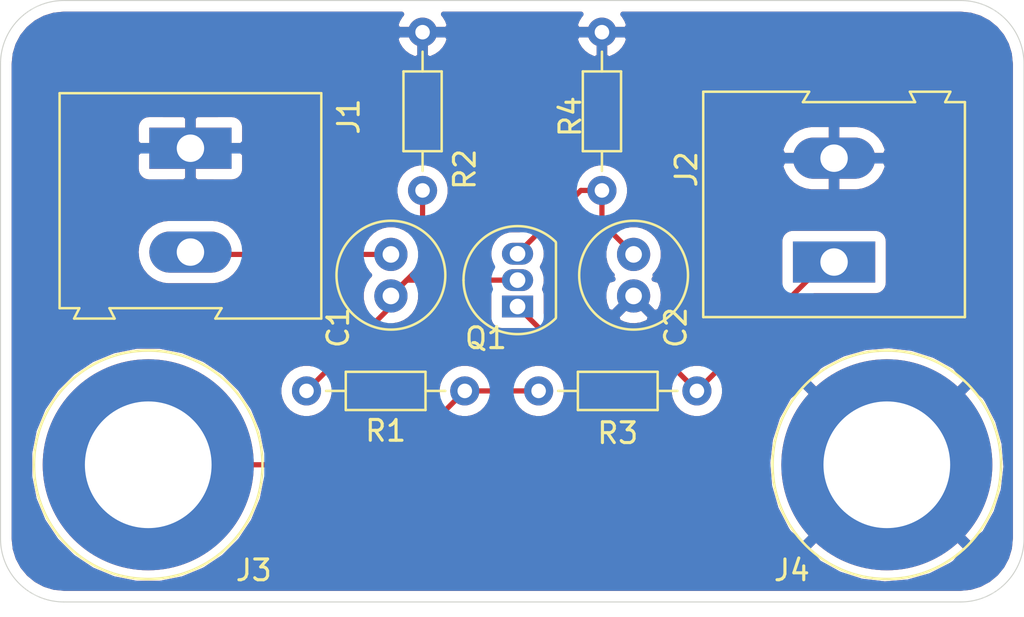
<source format=kicad_pcb>
(kicad_pcb (version 20171130) (host pcbnew "(5.1.8)-1")

  (general
    (thickness 1.6)
    (drawings 10)
    (tracks 20)
    (zones 0)
    (modules 11)
    (nets 7)
  )

  (page A4)
  (layers
    (0 F.Cu signal)
    (31 B.Cu signal)
    (32 B.Adhes user)
    (33 F.Adhes user)
    (34 B.Paste user)
    (35 F.Paste user)
    (36 B.SilkS user)
    (37 F.SilkS user)
    (38 B.Mask user)
    (39 F.Mask user)
    (40 Dwgs.User user)
    (41 Cmts.User user)
    (42 Eco1.User user)
    (43 Eco2.User user)
    (44 Edge.Cuts user)
    (45 Margin user)
    (46 B.CrtYd user)
    (47 F.CrtYd user)
    (48 B.Fab user)
    (49 F.Fab user)
  )

  (setup
    (last_trace_width 0.25)
    (trace_clearance 0.2)
    (zone_clearance 0.508)
    (zone_45_only no)
    (trace_min 0.2)
    (via_size 0.8)
    (via_drill 0.4)
    (via_min_size 0.4)
    (via_min_drill 0.3)
    (uvia_size 0.3)
    (uvia_drill 0.1)
    (uvias_allowed no)
    (uvia_min_size 0.2)
    (uvia_min_drill 0.1)
    (edge_width 0.05)
    (segment_width 0.2)
    (pcb_text_width 0.3)
    (pcb_text_size 1.5 1.5)
    (mod_edge_width 0.12)
    (mod_text_size 1 1)
    (mod_text_width 0.15)
    (pad_size 1.524 1.524)
    (pad_drill 0.762)
    (pad_to_mask_clearance 0)
    (aux_axis_origin 0 0)
    (grid_origin 154.432 99.06)
    (visible_elements 7FFFFFFF)
    (pcbplotparams
      (layerselection 0x00030_ffffffff)
      (usegerberextensions false)
      (usegerberattributes true)
      (usegerberadvancedattributes true)
      (creategerberjobfile true)
      (excludeedgelayer true)
      (linewidth 0.100000)
      (plotframeref false)
      (viasonmask false)
      (mode 1)
      (useauxorigin false)
      (hpglpennumber 1)
      (hpglpenspeed 20)
      (hpglpendiameter 15.000000)
      (psnegative false)
      (psa4output false)
      (plotreference true)
      (plotvalue false)
      (plotinvisibletext false)
      (padsonsilk false)
      (subtractmaskfromsilk false)
      (outputformat 1)
      (mirror false)
      (drillshape 0)
      (scaleselection 1)
      (outputdirectory ""))
  )

  (net 0 "")
  (net 1 "Net-(C1-Pad1)")
  (net 2 "Net-(C1-Pad2)")
  (net 3 "Net-(C2-Pad2)")
  (net 4 GNDREF)
  (net 5 "Net-(J2-Pad1)")
  (net 6 +9V)

  (net_class Default "This is the default net class."
    (clearance 0.2)
    (trace_width 0.25)
    (via_dia 0.8)
    (via_drill 0.4)
    (uvia_dia 0.3)
    (uvia_drill 0.1)
    (add_net +9V)
    (add_net GNDREF)
    (add_net "Net-(C1-Pad1)")
    (add_net "Net-(C1-Pad2)")
    (add_net "Net-(C2-Pad2)")
    (add_net "Net-(J2-Pad1)")
  )

  (module Capacitor_THT:C_Radial_D5.0mm_H11.0mm_P2.00mm (layer F.Cu) (tedit 5BC5C9B9) (tstamp 61E04A01)
    (at 110.236 69.596 90)
    (descr "C, Radial series, Radial, pin pitch=2.00mm, diameter=5mm, height=11mm, Non-Polar Electrolytic Capacitor")
    (tags "C Radial series Radial pin pitch 2.00mm diameter 5mm height 11mm Non-Polar Electrolytic Capacitor")
    (path /61E02B25)
    (fp_text reference C1 (at -1.524 -2.54 90) (layer F.SilkS)
      (effects (font (size 1 1) (thickness 0.15)))
    )
    (fp_text value 1uF (at 1 3.75 90) (layer F.Fab)
      (effects (font (size 1 1) (thickness 0.15)))
    )
    (fp_circle (center 1 0) (end 3.5 0) (layer F.Fab) (width 0.1))
    (fp_circle (center 1 0) (end 3.62 0) (layer F.SilkS) (width 0.12))
    (fp_circle (center 1 0) (end 3.75 0) (layer F.CrtYd) (width 0.05))
    (fp_text user %R (at 1 0 90) (layer F.Fab)
      (effects (font (size 1 1) (thickness 0.15)))
    )
    (pad 1 thru_hole circle (at 0 0 90) (size 1.6 1.6) (drill 0.8) (layers *.Cu *.Mask)
      (net 1 "Net-(C1-Pad1)"))
    (pad 2 thru_hole circle (at 2 0 90) (size 1.6 1.6) (drill 0.8) (layers *.Cu *.Mask)
      (net 2 "Net-(C1-Pad2)"))
    (model ${KISYS3DMOD}/Capacitor_THT.3dshapes/C_Radial_D5.0mm_H11.0mm_P2.00mm.wrl
      (at (xyz 0 0 0))
      (scale (xyz 1 1 1))
      (rotate (xyz 0 0 0))
    )
  )

  (module Capacitor_THT:C_Radial_D5.0mm_H11.0mm_P2.00mm (layer F.Cu) (tedit 5BC5C9B9) (tstamp 61E04A0B)
    (at 121.92 69.596 90)
    (descr "C, Radial series, Radial, pin pitch=2.00mm, diameter=5mm, height=11mm, Non-Polar Electrolytic Capacitor")
    (tags "C Radial series Radial pin pitch 2.00mm diameter 5mm height 11mm Non-Polar Electrolytic Capacitor")
    (path /61E035C6)
    (fp_text reference C2 (at -1.524 2.032 90) (layer F.SilkS)
      (effects (font (size 1 1) (thickness 0.15)))
    )
    (fp_text value 20uF (at 1 3.75 90) (layer F.Fab)
      (effects (font (size 1 1) (thickness 0.15)))
    )
    (fp_circle (center 1 0) (end 3.75 0) (layer F.CrtYd) (width 0.05))
    (fp_circle (center 1 0) (end 3.62 0) (layer F.SilkS) (width 0.12))
    (fp_circle (center 1 0) (end 3.5 0) (layer F.Fab) (width 0.1))
    (fp_text user %R (at 1 0 90) (layer F.Fab)
      (effects (font (size 1 1) (thickness 0.15)))
    )
    (pad 2 thru_hole circle (at 2 0 90) (size 1.6 1.6) (drill 0.8) (layers *.Cu *.Mask)
      (net 3 "Net-(C2-Pad2)"))
    (pad 1 thru_hole circle (at 0 0 90) (size 1.6 1.6) (drill 0.8) (layers *.Cu *.Mask)
      (net 4 GNDREF))
    (model ${KISYS3DMOD}/Capacitor_THT.3dshapes/C_Radial_D5.0mm_H11.0mm_P2.00mm.wrl
      (at (xyz 0 0 0))
      (scale (xyz 1 1 1))
      (rotate (xyz 0 0 0))
    )
  )

  (module TerminalBlock:TerminalBlock_Altech_AK300-2_P5.00mm (layer F.Cu) (tedit 59FF0306) (tstamp 61E04A72)
    (at 100.584 62.484 270)
    (descr "Altech AK300 terminal block, pitch 5.0mm, 45 degree angled, see http://www.mouser.com/ds/2/16/PCBMETRC-24178.pdf")
    (tags "Altech AK300 terminal block pitch 5.0mm")
    (path /61E043EC)
    (fp_text reference J1 (at -1.524 -7.62 90) (layer F.SilkS)
      (effects (font (size 1 1) (thickness 0.15)))
    )
    (fp_text value Input (at 2.78 7.75 90) (layer F.Fab)
      (effects (font (size 1 1) (thickness 0.15)))
    )
    (fp_line (start -2.65 -6.3) (end -2.65 6.3) (layer F.SilkS) (width 0.12))
    (fp_line (start -2.65 6.3) (end 7.7 6.3) (layer F.SilkS) (width 0.12))
    (fp_line (start 7.7 6.3) (end 7.7 5.35) (layer F.SilkS) (width 0.12))
    (fp_line (start 7.7 5.35) (end 8.2 5.6) (layer F.SilkS) (width 0.12))
    (fp_line (start 8.2 5.6) (end 8.2 3.7) (layer F.SilkS) (width 0.12))
    (fp_line (start 8.2 3.7) (end 8.2 3.65) (layer F.SilkS) (width 0.12))
    (fp_line (start 8.2 3.65) (end 7.7 3.9) (layer F.SilkS) (width 0.12))
    (fp_line (start 7.7 3.9) (end 7.7 -1.5) (layer F.SilkS) (width 0.12))
    (fp_line (start 7.7 -1.5) (end 8.2 -1.2) (layer F.SilkS) (width 0.12))
    (fp_line (start 8.2 -1.2) (end 8.2 -6.3) (layer F.SilkS) (width 0.12))
    (fp_line (start 8.2 -6.3) (end -2.65 -6.3) (layer F.SilkS) (width 0.12))
    (fp_line (start -1.26 2.54) (end 1.28 2.54) (layer F.Fab) (width 0.1))
    (fp_line (start 1.28 2.54) (end 1.28 -0.25) (layer F.Fab) (width 0.1))
    (fp_line (start -1.26 -0.25) (end 1.28 -0.25) (layer F.Fab) (width 0.1))
    (fp_line (start -1.26 2.54) (end -1.26 -0.25) (layer F.Fab) (width 0.1))
    (fp_line (start 3.74 2.54) (end 6.28 2.54) (layer F.Fab) (width 0.1))
    (fp_line (start 6.28 2.54) (end 6.28 -0.25) (layer F.Fab) (width 0.1))
    (fp_line (start 3.74 -0.25) (end 6.28 -0.25) (layer F.Fab) (width 0.1))
    (fp_line (start 3.74 2.54) (end 3.74 -0.25) (layer F.Fab) (width 0.1))
    (fp_line (start 7.61 -6.22) (end 7.61 -3.17) (layer F.Fab) (width 0.1))
    (fp_line (start 7.61 -6.22) (end -2.58 -6.22) (layer F.Fab) (width 0.1))
    (fp_line (start 7.61 -6.22) (end 8.11 -6.22) (layer F.Fab) (width 0.1))
    (fp_line (start 8.11 -6.22) (end 8.11 -1.4) (layer F.Fab) (width 0.1))
    (fp_line (start 8.11 -1.4) (end 7.61 -1.65) (layer F.Fab) (width 0.1))
    (fp_line (start 8.11 5.46) (end 7.61 5.21) (layer F.Fab) (width 0.1))
    (fp_line (start 7.61 5.21) (end 7.61 6.22) (layer F.Fab) (width 0.1))
    (fp_line (start 8.11 3.81) (end 7.61 4.06) (layer F.Fab) (width 0.1))
    (fp_line (start 7.61 4.06) (end 7.61 5.21) (layer F.Fab) (width 0.1))
    (fp_line (start 8.11 3.81) (end 8.11 5.46) (layer F.Fab) (width 0.1))
    (fp_line (start 2.98 6.22) (end 2.98 4.32) (layer F.Fab) (width 0.1))
    (fp_line (start 7.05 -0.25) (end 7.05 4.32) (layer F.Fab) (width 0.1))
    (fp_line (start 2.98 6.22) (end 7.05 6.22) (layer F.Fab) (width 0.1))
    (fp_line (start 7.05 6.22) (end 7.61 6.22) (layer F.Fab) (width 0.1))
    (fp_line (start 2.04 6.22) (end 2.04 4.32) (layer F.Fab) (width 0.1))
    (fp_line (start 2.04 6.22) (end 2.98 6.22) (layer F.Fab) (width 0.1))
    (fp_line (start -2.02 -0.25) (end -2.02 4.32) (layer F.Fab) (width 0.1))
    (fp_line (start -2.58 6.22) (end -2.02 6.22) (layer F.Fab) (width 0.1))
    (fp_line (start -2.02 6.22) (end 2.04 6.22) (layer F.Fab) (width 0.1))
    (fp_line (start 2.98 4.32) (end 7.05 4.32) (layer F.Fab) (width 0.1))
    (fp_line (start 2.98 4.32) (end 2.98 -0.25) (layer F.Fab) (width 0.1))
    (fp_line (start 7.05 4.32) (end 7.05 6.22) (layer F.Fab) (width 0.1))
    (fp_line (start 2.04 4.32) (end -2.02 4.32) (layer F.Fab) (width 0.1))
    (fp_line (start 2.04 4.32) (end 2.04 -0.25) (layer F.Fab) (width 0.1))
    (fp_line (start -2.02 4.32) (end -2.02 6.22) (layer F.Fab) (width 0.1))
    (fp_line (start 6.67 3.68) (end 6.67 0.51) (layer F.Fab) (width 0.1))
    (fp_line (start 6.67 3.68) (end 3.36 3.68) (layer F.Fab) (width 0.1))
    (fp_line (start 3.36 3.68) (end 3.36 0.51) (layer F.Fab) (width 0.1))
    (fp_line (start 1.66 3.68) (end 1.66 0.51) (layer F.Fab) (width 0.1))
    (fp_line (start 1.66 3.68) (end -1.64 3.68) (layer F.Fab) (width 0.1))
    (fp_line (start -1.64 3.68) (end -1.64 0.51) (layer F.Fab) (width 0.1))
    (fp_line (start -1.64 0.51) (end -1.26 0.51) (layer F.Fab) (width 0.1))
    (fp_line (start 1.66 0.51) (end 1.28 0.51) (layer F.Fab) (width 0.1))
    (fp_line (start 3.36 0.51) (end 3.74 0.51) (layer F.Fab) (width 0.1))
    (fp_line (start 6.67 0.51) (end 6.28 0.51) (layer F.Fab) (width 0.1))
    (fp_line (start -2.58 6.22) (end -2.58 -0.64) (layer F.Fab) (width 0.1))
    (fp_line (start -2.58 -0.64) (end -2.58 -3.17) (layer F.Fab) (width 0.1))
    (fp_line (start 7.61 -1.65) (end 7.61 -0.64) (layer F.Fab) (width 0.1))
    (fp_line (start 7.61 -0.64) (end 7.61 4.06) (layer F.Fab) (width 0.1))
    (fp_line (start -2.58 -3.17) (end 7.61 -3.17) (layer F.Fab) (width 0.1))
    (fp_line (start -2.58 -3.17) (end -2.58 -6.22) (layer F.Fab) (width 0.1))
    (fp_line (start 7.61 -3.17) (end 7.61 -1.65) (layer F.Fab) (width 0.1))
    (fp_line (start 2.98 -3.43) (end 2.98 -5.97) (layer F.Fab) (width 0.1))
    (fp_line (start 2.98 -5.97) (end 7.05 -5.97) (layer F.Fab) (width 0.1))
    (fp_line (start 7.05 -5.97) (end 7.05 -3.43) (layer F.Fab) (width 0.1))
    (fp_line (start 7.05 -3.43) (end 2.98 -3.43) (layer F.Fab) (width 0.1))
    (fp_line (start 2.04 -3.43) (end 2.04 -5.97) (layer F.Fab) (width 0.1))
    (fp_line (start 2.04 -3.43) (end -2.02 -3.43) (layer F.Fab) (width 0.1))
    (fp_line (start -2.02 -3.43) (end -2.02 -5.97) (layer F.Fab) (width 0.1))
    (fp_line (start 2.04 -5.97) (end -2.02 -5.97) (layer F.Fab) (width 0.1))
    (fp_line (start 3.39 -4.45) (end 6.44 -5.08) (layer F.Fab) (width 0.1))
    (fp_line (start 3.52 -4.32) (end 6.56 -4.95) (layer F.Fab) (width 0.1))
    (fp_line (start -1.62 -4.45) (end 1.44 -5.08) (layer F.Fab) (width 0.1))
    (fp_line (start -1.49 -4.32) (end 1.56 -4.95) (layer F.Fab) (width 0.1))
    (fp_line (start -2.02 -0.25) (end -1.64 -0.25) (layer F.Fab) (width 0.1))
    (fp_line (start 2.04 -0.25) (end 1.66 -0.25) (layer F.Fab) (width 0.1))
    (fp_line (start 1.66 -0.25) (end -1.64 -0.25) (layer F.Fab) (width 0.1))
    (fp_line (start -2.58 -0.64) (end -1.64 -0.64) (layer F.Fab) (width 0.1))
    (fp_line (start -1.64 -0.64) (end 1.66 -0.64) (layer F.Fab) (width 0.1))
    (fp_line (start 1.66 -0.64) (end 3.36 -0.64) (layer F.Fab) (width 0.1))
    (fp_line (start 7.61 -0.64) (end 6.67 -0.64) (layer F.Fab) (width 0.1))
    (fp_line (start 6.67 -0.64) (end 3.36 -0.64) (layer F.Fab) (width 0.1))
    (fp_line (start 7.05 -0.25) (end 6.67 -0.25) (layer F.Fab) (width 0.1))
    (fp_line (start 2.98 -0.25) (end 3.36 -0.25) (layer F.Fab) (width 0.1))
    (fp_line (start 3.36 -0.25) (end 6.67 -0.25) (layer F.Fab) (width 0.1))
    (fp_line (start -2.83 -6.47) (end 8.36 -6.47) (layer F.CrtYd) (width 0.05))
    (fp_line (start -2.83 -6.47) (end -2.83 6.47) (layer F.CrtYd) (width 0.05))
    (fp_line (start 8.36 6.47) (end 8.36 -6.47) (layer F.CrtYd) (width 0.05))
    (fp_line (start 8.36 6.47) (end -2.83 6.47) (layer F.CrtYd) (width 0.05))
    (fp_text user %R (at 2.5 -2 90) (layer F.Fab)
      (effects (font (size 1 1) (thickness 0.15)))
    )
    (fp_arc (start 6.03 -4.59) (end 6.54 -5.05) (angle 90.5) (layer F.Fab) (width 0.1))
    (fp_arc (start 5.07 -6.07) (end 6.53 -4.12) (angle 75.5) (layer F.Fab) (width 0.1))
    (fp_arc (start 4.99 -3.71) (end 3.39 -5) (angle 100) (layer F.Fab) (width 0.1))
    (fp_arc (start 3.87 -4.65) (end 3.58 -4.13) (angle 104.2) (layer F.Fab) (width 0.1))
    (fp_arc (start 1.03 -4.59) (end 1.53 -5.05) (angle 90.5) (layer F.Fab) (width 0.1))
    (fp_arc (start 0.06 -6.07) (end 1.53 -4.12) (angle 75.5) (layer F.Fab) (width 0.1))
    (fp_arc (start -0.01 -3.71) (end -1.62 -5) (angle 100) (layer F.Fab) (width 0.1))
    (fp_arc (start -1.13 -4.65) (end -1.42 -4.13) (angle 104.2) (layer F.Fab) (width 0.1))
    (pad 1 thru_hole rect (at 0 0 270) (size 1.98 3.96) (drill 1.32) (layers *.Cu *.Mask)
      (net 4 GNDREF))
    (pad 2 thru_hole oval (at 5 0 270) (size 1.98 3.96) (drill 1.32) (layers *.Cu *.Mask)
      (net 2 "Net-(C1-Pad2)"))
    (model ${KISYS3DMOD}/TerminalBlock.3dshapes/TerminalBlock_Altech_AK300-2_P5.00mm.wrl
      (at (xyz 0 0 0))
      (scale (xyz 1 1 1))
      (rotate (xyz 0 0 0))
    )
  )

  (module TerminalBlock:TerminalBlock_Altech_AK300-2_P5.00mm (layer F.Cu) (tedit 59FF0306) (tstamp 61E04AD9)
    (at 131.572 67.963001 90)
    (descr "Altech AK300 terminal block, pitch 5.0mm, 45 degree angled, see http://www.mouser.com/ds/2/16/PCBMETRC-24178.pdf")
    (tags "Altech AK300 terminal block pitch 5.0mm")
    (path /61E05447)
    (fp_text reference J2 (at 4.463001 -7.112 90) (layer F.SilkS)
      (effects (font (size 1 1) (thickness 0.15)))
    )
    (fp_text value Output (at 2.78 7.728999 90) (layer F.Fab)
      (effects (font (size 1 1) (thickness 0.15)))
    )
    (fp_line (start 8.36 6.47) (end -2.83 6.47) (layer F.CrtYd) (width 0.05))
    (fp_line (start 8.36 6.47) (end 8.36 -6.47) (layer F.CrtYd) (width 0.05))
    (fp_line (start -2.83 -6.47) (end -2.83 6.47) (layer F.CrtYd) (width 0.05))
    (fp_line (start -2.83 -6.47) (end 8.36 -6.47) (layer F.CrtYd) (width 0.05))
    (fp_line (start 3.36 -0.25) (end 6.67 -0.25) (layer F.Fab) (width 0.1))
    (fp_line (start 2.98 -0.25) (end 3.36 -0.25) (layer F.Fab) (width 0.1))
    (fp_line (start 7.05 -0.25) (end 6.67 -0.25) (layer F.Fab) (width 0.1))
    (fp_line (start 6.67 -0.64) (end 3.36 -0.64) (layer F.Fab) (width 0.1))
    (fp_line (start 7.61 -0.64) (end 6.67 -0.64) (layer F.Fab) (width 0.1))
    (fp_line (start 1.66 -0.64) (end 3.36 -0.64) (layer F.Fab) (width 0.1))
    (fp_line (start -1.64 -0.64) (end 1.66 -0.64) (layer F.Fab) (width 0.1))
    (fp_line (start -2.58 -0.64) (end -1.64 -0.64) (layer F.Fab) (width 0.1))
    (fp_line (start 1.66 -0.25) (end -1.64 -0.25) (layer F.Fab) (width 0.1))
    (fp_line (start 2.04 -0.25) (end 1.66 -0.25) (layer F.Fab) (width 0.1))
    (fp_line (start -2.02 -0.25) (end -1.64 -0.25) (layer F.Fab) (width 0.1))
    (fp_line (start -1.49 -4.32) (end 1.56 -4.95) (layer F.Fab) (width 0.1))
    (fp_line (start -1.62 -4.45) (end 1.44 -5.08) (layer F.Fab) (width 0.1))
    (fp_line (start 3.52 -4.32) (end 6.56 -4.95) (layer F.Fab) (width 0.1))
    (fp_line (start 3.39 -4.45) (end 6.44 -5.08) (layer F.Fab) (width 0.1))
    (fp_line (start 2.04 -5.97) (end -2.02 -5.97) (layer F.Fab) (width 0.1))
    (fp_line (start -2.02 -3.43) (end -2.02 -5.97) (layer F.Fab) (width 0.1))
    (fp_line (start 2.04 -3.43) (end -2.02 -3.43) (layer F.Fab) (width 0.1))
    (fp_line (start 2.04 -3.43) (end 2.04 -5.97) (layer F.Fab) (width 0.1))
    (fp_line (start 7.05 -3.43) (end 2.98 -3.43) (layer F.Fab) (width 0.1))
    (fp_line (start 7.05 -5.97) (end 7.05 -3.43) (layer F.Fab) (width 0.1))
    (fp_line (start 2.98 -5.97) (end 7.05 -5.97) (layer F.Fab) (width 0.1))
    (fp_line (start 2.98 -3.43) (end 2.98 -5.97) (layer F.Fab) (width 0.1))
    (fp_line (start 7.61 -3.17) (end 7.61 -1.65) (layer F.Fab) (width 0.1))
    (fp_line (start -2.58 -3.17) (end -2.58 -6.22) (layer F.Fab) (width 0.1))
    (fp_line (start -2.58 -3.17) (end 7.61 -3.17) (layer F.Fab) (width 0.1))
    (fp_line (start 7.61 -0.64) (end 7.61 4.06) (layer F.Fab) (width 0.1))
    (fp_line (start 7.61 -1.65) (end 7.61 -0.64) (layer F.Fab) (width 0.1))
    (fp_line (start -2.58 -0.64) (end -2.58 -3.17) (layer F.Fab) (width 0.1))
    (fp_line (start -2.58 6.22) (end -2.58 -0.64) (layer F.Fab) (width 0.1))
    (fp_line (start 6.67 0.51) (end 6.28 0.51) (layer F.Fab) (width 0.1))
    (fp_line (start 3.36 0.51) (end 3.74 0.51) (layer F.Fab) (width 0.1))
    (fp_line (start 1.66 0.51) (end 1.28 0.51) (layer F.Fab) (width 0.1))
    (fp_line (start -1.64 0.51) (end -1.26 0.51) (layer F.Fab) (width 0.1))
    (fp_line (start -1.64 3.68) (end -1.64 0.51) (layer F.Fab) (width 0.1))
    (fp_line (start 1.66 3.68) (end -1.64 3.68) (layer F.Fab) (width 0.1))
    (fp_line (start 1.66 3.68) (end 1.66 0.51) (layer F.Fab) (width 0.1))
    (fp_line (start 3.36 3.68) (end 3.36 0.51) (layer F.Fab) (width 0.1))
    (fp_line (start 6.67 3.68) (end 3.36 3.68) (layer F.Fab) (width 0.1))
    (fp_line (start 6.67 3.68) (end 6.67 0.51) (layer F.Fab) (width 0.1))
    (fp_line (start -2.02 4.32) (end -2.02 6.22) (layer F.Fab) (width 0.1))
    (fp_line (start 2.04 4.32) (end 2.04 -0.25) (layer F.Fab) (width 0.1))
    (fp_line (start 2.04 4.32) (end -2.02 4.32) (layer F.Fab) (width 0.1))
    (fp_line (start 7.05 4.32) (end 7.05 6.22) (layer F.Fab) (width 0.1))
    (fp_line (start 2.98 4.32) (end 2.98 -0.25) (layer F.Fab) (width 0.1))
    (fp_line (start 2.98 4.32) (end 7.05 4.32) (layer F.Fab) (width 0.1))
    (fp_line (start -2.02 6.22) (end 2.04 6.22) (layer F.Fab) (width 0.1))
    (fp_line (start -2.58 6.22) (end -2.02 6.22) (layer F.Fab) (width 0.1))
    (fp_line (start -2.02 -0.25) (end -2.02 4.32) (layer F.Fab) (width 0.1))
    (fp_line (start 2.04 6.22) (end 2.98 6.22) (layer F.Fab) (width 0.1))
    (fp_line (start 2.04 6.22) (end 2.04 4.32) (layer F.Fab) (width 0.1))
    (fp_line (start 7.05 6.22) (end 7.61 6.22) (layer F.Fab) (width 0.1))
    (fp_line (start 2.98 6.22) (end 7.05 6.22) (layer F.Fab) (width 0.1))
    (fp_line (start 7.05 -0.25) (end 7.05 4.32) (layer F.Fab) (width 0.1))
    (fp_line (start 2.98 6.22) (end 2.98 4.32) (layer F.Fab) (width 0.1))
    (fp_line (start 8.11 3.81) (end 8.11 5.46) (layer F.Fab) (width 0.1))
    (fp_line (start 7.61 4.06) (end 7.61 5.21) (layer F.Fab) (width 0.1))
    (fp_line (start 8.11 3.81) (end 7.61 4.06) (layer F.Fab) (width 0.1))
    (fp_line (start 7.61 5.21) (end 7.61 6.22) (layer F.Fab) (width 0.1))
    (fp_line (start 8.11 5.46) (end 7.61 5.21) (layer F.Fab) (width 0.1))
    (fp_line (start 8.11 -1.4) (end 7.61 -1.65) (layer F.Fab) (width 0.1))
    (fp_line (start 8.11 -6.22) (end 8.11 -1.4) (layer F.Fab) (width 0.1))
    (fp_line (start 7.61 -6.22) (end 8.11 -6.22) (layer F.Fab) (width 0.1))
    (fp_line (start 7.61 -6.22) (end -2.58 -6.22) (layer F.Fab) (width 0.1))
    (fp_line (start 7.61 -6.22) (end 7.61 -3.17) (layer F.Fab) (width 0.1))
    (fp_line (start 3.74 2.54) (end 3.74 -0.25) (layer F.Fab) (width 0.1))
    (fp_line (start 3.74 -0.25) (end 6.28 -0.25) (layer F.Fab) (width 0.1))
    (fp_line (start 6.28 2.54) (end 6.28 -0.25) (layer F.Fab) (width 0.1))
    (fp_line (start 3.74 2.54) (end 6.28 2.54) (layer F.Fab) (width 0.1))
    (fp_line (start -1.26 2.54) (end -1.26 -0.25) (layer F.Fab) (width 0.1))
    (fp_line (start -1.26 -0.25) (end 1.28 -0.25) (layer F.Fab) (width 0.1))
    (fp_line (start 1.28 2.54) (end 1.28 -0.25) (layer F.Fab) (width 0.1))
    (fp_line (start -1.26 2.54) (end 1.28 2.54) (layer F.Fab) (width 0.1))
    (fp_line (start 8.2 -6.3) (end -2.65 -6.3) (layer F.SilkS) (width 0.12))
    (fp_line (start 8.2 -1.2) (end 8.2 -6.3) (layer F.SilkS) (width 0.12))
    (fp_line (start 7.7 -1.5) (end 8.2 -1.2) (layer F.SilkS) (width 0.12))
    (fp_line (start 7.7 3.9) (end 7.7 -1.5) (layer F.SilkS) (width 0.12))
    (fp_line (start 8.2 3.65) (end 7.7 3.9) (layer F.SilkS) (width 0.12))
    (fp_line (start 8.2 3.7) (end 8.2 3.65) (layer F.SilkS) (width 0.12))
    (fp_line (start 8.2 5.6) (end 8.2 3.7) (layer F.SilkS) (width 0.12))
    (fp_line (start 7.7 5.35) (end 8.2 5.6) (layer F.SilkS) (width 0.12))
    (fp_line (start 7.7 6.3) (end 7.7 5.35) (layer F.SilkS) (width 0.12))
    (fp_line (start -2.65 6.3) (end 7.7 6.3) (layer F.SilkS) (width 0.12))
    (fp_line (start -2.65 -6.3) (end -2.65 6.3) (layer F.SilkS) (width 0.12))
    (fp_arc (start -1.13 -4.65) (end -1.42 -4.13) (angle 104.2) (layer F.Fab) (width 0.1))
    (fp_arc (start -0.01 -3.71) (end -1.62 -5) (angle 100) (layer F.Fab) (width 0.1))
    (fp_arc (start 0.06 -6.07) (end 1.53 -4.12) (angle 75.5) (layer F.Fab) (width 0.1))
    (fp_arc (start 1.03 -4.59) (end 1.53 -5.05) (angle 90.5) (layer F.Fab) (width 0.1))
    (fp_arc (start 3.87 -4.65) (end 3.58 -4.13) (angle 104.2) (layer F.Fab) (width 0.1))
    (fp_arc (start 4.99 -3.71) (end 3.39 -5) (angle 100) (layer F.Fab) (width 0.1))
    (fp_arc (start 5.07 -6.07) (end 6.53 -4.12) (angle 75.5) (layer F.Fab) (width 0.1))
    (fp_arc (start 6.03 -4.59) (end 6.54 -5.05) (angle 90.5) (layer F.Fab) (width 0.1))
    (fp_text user %R (at 2.5 -2 90) (layer F.Fab)
      (effects (font (size 1 1) (thickness 0.15)))
    )
    (pad 2 thru_hole oval (at 5 0 90) (size 1.98 3.96) (drill 1.32) (layers *.Cu *.Mask)
      (net 4 GNDREF))
    (pad 1 thru_hole rect (at 0 0 90) (size 1.98 3.96) (drill 1.32) (layers *.Cu *.Mask)
      (net 5 "Net-(J2-Pad1)"))
    (model ${KISYS3DMOD}/TerminalBlock.3dshapes/TerminalBlock_Altech_AK300-2_P5.00mm.wrl
      (at (xyz 0 0 0))
      (scale (xyz 1 1 1))
      (rotate (xyz 0 0 0))
    )
  )

  (module Package_TO_SOT_THT:TO-92_Inline (layer F.Cu) (tedit 5A1DD157) (tstamp 61E04AEB)
    (at 116.332 70.104 90)
    (descr "TO-92 leads in-line, narrow, oval pads, drill 0.75mm (see NXP sot054_po.pdf)")
    (tags "to-92 sc-43 sc-43a sot54 PA33 transistor")
    (path /61E0768B)
    (fp_text reference Q1 (at -1.524 -1.524 180) (layer F.SilkS)
      (effects (font (size 1 1) (thickness 0.15)))
    )
    (fp_text value BC547 (at 1.27 2.79 90) (layer F.Fab)
      (effects (font (size 1 1) (thickness 0.15)))
    )
    (fp_line (start -0.53 1.85) (end 3.07 1.85) (layer F.SilkS) (width 0.12))
    (fp_line (start -0.5 1.75) (end 3 1.75) (layer F.Fab) (width 0.1))
    (fp_line (start -1.46 -2.73) (end 4 -2.73) (layer F.CrtYd) (width 0.05))
    (fp_line (start -1.46 -2.73) (end -1.46 2.01) (layer F.CrtYd) (width 0.05))
    (fp_line (start 4 2.01) (end 4 -2.73) (layer F.CrtYd) (width 0.05))
    (fp_line (start 4 2.01) (end -1.46 2.01) (layer F.CrtYd) (width 0.05))
    (fp_text user %R (at 1.27 0 90) (layer F.Fab)
      (effects (font (size 1 1) (thickness 0.15)))
    )
    (fp_arc (start 1.27 0) (end 1.27 -2.48) (angle 135) (layer F.Fab) (width 0.1))
    (fp_arc (start 1.27 0) (end 1.27 -2.6) (angle -135) (layer F.SilkS) (width 0.12))
    (fp_arc (start 1.27 0) (end 1.27 -2.48) (angle -135) (layer F.Fab) (width 0.1))
    (fp_arc (start 1.27 0) (end 1.27 -2.6) (angle 135) (layer F.SilkS) (width 0.12))
    (pad 2 thru_hole oval (at 1.27 0 90) (size 1.05 1.5) (drill 0.75) (layers *.Cu *.Mask)
      (net 1 "Net-(C1-Pad1)"))
    (pad 3 thru_hole oval (at 2.54 0 90) (size 1.05 1.5) (drill 0.75) (layers *.Cu *.Mask)
      (net 3 "Net-(C2-Pad2)"))
    (pad 1 thru_hole rect (at 0 0 90) (size 1.05 1.5) (drill 0.75) (layers *.Cu *.Mask)
      (net 5 "Net-(J2-Pad1)"))
    (model ${KISYS3DMOD}/Package_TO_SOT_THT.3dshapes/TO-92_Inline.wrl
      (at (xyz 0 0 0))
      (scale (xyz 1 1 1))
      (rotate (xyz 0 0 0))
    )
  )

  (module Resistor_THT:R_Axial_DIN0204_L3.6mm_D1.6mm_P7.62mm_Horizontal (layer F.Cu) (tedit 5AE5139B) (tstamp 61E04B02)
    (at 113.792 74.168 180)
    (descr "Resistor, Axial_DIN0204 series, Axial, Horizontal, pin pitch=7.62mm, 0.167W, length*diameter=3.6*1.6mm^2, http://cdn-reichelt.de/documents/datenblatt/B400/1_4W%23YAG.pdf")
    (tags "Resistor Axial_DIN0204 series Axial Horizontal pin pitch 7.62mm 0.167W length 3.6mm diameter 1.6mm")
    (path /61E04D88)
    (fp_text reference R1 (at 3.81 -1.92) (layer F.SilkS)
      (effects (font (size 1 1) (thickness 0.15)))
    )
    (fp_text value 4.7k (at 3.81 1.92) (layer F.Fab)
      (effects (font (size 1 1) (thickness 0.15)))
    )
    (fp_line (start 8.57 -1.05) (end -0.95 -1.05) (layer F.CrtYd) (width 0.05))
    (fp_line (start 8.57 1.05) (end 8.57 -1.05) (layer F.CrtYd) (width 0.05))
    (fp_line (start -0.95 1.05) (end 8.57 1.05) (layer F.CrtYd) (width 0.05))
    (fp_line (start -0.95 -1.05) (end -0.95 1.05) (layer F.CrtYd) (width 0.05))
    (fp_line (start 6.68 0) (end 5.73 0) (layer F.SilkS) (width 0.12))
    (fp_line (start 0.94 0) (end 1.89 0) (layer F.SilkS) (width 0.12))
    (fp_line (start 5.73 -0.92) (end 1.89 -0.92) (layer F.SilkS) (width 0.12))
    (fp_line (start 5.73 0.92) (end 5.73 -0.92) (layer F.SilkS) (width 0.12))
    (fp_line (start 1.89 0.92) (end 5.73 0.92) (layer F.SilkS) (width 0.12))
    (fp_line (start 1.89 -0.92) (end 1.89 0.92) (layer F.SilkS) (width 0.12))
    (fp_line (start 7.62 0) (end 5.61 0) (layer F.Fab) (width 0.1))
    (fp_line (start 0 0) (end 2.01 0) (layer F.Fab) (width 0.1))
    (fp_line (start 5.61 -0.8) (end 2.01 -0.8) (layer F.Fab) (width 0.1))
    (fp_line (start 5.61 0.8) (end 5.61 -0.8) (layer F.Fab) (width 0.1))
    (fp_line (start 2.01 0.8) (end 5.61 0.8) (layer F.Fab) (width 0.1))
    (fp_line (start 2.01 -0.8) (end 2.01 0.8) (layer F.Fab) (width 0.1))
    (fp_text user %R (at 3.81 0) (layer F.Fab)
      (effects (font (size 0.72 0.72) (thickness 0.108)))
    )
    (pad 2 thru_hole oval (at 7.62 0 180) (size 1.4 1.4) (drill 0.7) (layers *.Cu *.Mask)
      (net 1 "Net-(C1-Pad1)"))
    (pad 1 thru_hole circle (at 0 0 180) (size 1.4 1.4) (drill 0.7) (layers *.Cu *.Mask)
      (net 6 +9V))
    (model ${KISYS3DMOD}/Resistor_THT.3dshapes/R_Axial_DIN0204_L3.6mm_D1.6mm_P7.62mm_Horizontal.wrl
      (at (xyz 0 0 0))
      (scale (xyz 1 1 1))
      (rotate (xyz 0 0 0))
    )
  )

  (module Resistor_THT:R_Axial_DIN0204_L3.6mm_D1.6mm_P7.62mm_Horizontal (layer F.Cu) (tedit 5AE5139B) (tstamp 61E04B19)
    (at 111.76 64.516 90)
    (descr "Resistor, Axial_DIN0204 series, Axial, Horizontal, pin pitch=7.62mm, 0.167W, length*diameter=3.6*1.6mm^2, http://cdn-reichelt.de/documents/datenblatt/B400/1_4W%23YAG.pdf")
    (tags "Resistor Axial_DIN0204 series Axial Horizontal pin pitch 7.62mm 0.167W length 3.6mm diameter 1.6mm")
    (path /61E0399D)
    (fp_text reference R2 (at 1.016 2.032 90) (layer F.SilkS)
      (effects (font (size 1 1) (thickness 0.15)))
    )
    (fp_text value 1k (at 3.81 1.92 90) (layer F.Fab)
      (effects (font (size 1 1) (thickness 0.15)))
    )
    (fp_line (start 2.01 -0.8) (end 2.01 0.8) (layer F.Fab) (width 0.1))
    (fp_line (start 2.01 0.8) (end 5.61 0.8) (layer F.Fab) (width 0.1))
    (fp_line (start 5.61 0.8) (end 5.61 -0.8) (layer F.Fab) (width 0.1))
    (fp_line (start 5.61 -0.8) (end 2.01 -0.8) (layer F.Fab) (width 0.1))
    (fp_line (start 0 0) (end 2.01 0) (layer F.Fab) (width 0.1))
    (fp_line (start 7.62 0) (end 5.61 0) (layer F.Fab) (width 0.1))
    (fp_line (start 1.89 -0.92) (end 1.89 0.92) (layer F.SilkS) (width 0.12))
    (fp_line (start 1.89 0.92) (end 5.73 0.92) (layer F.SilkS) (width 0.12))
    (fp_line (start 5.73 0.92) (end 5.73 -0.92) (layer F.SilkS) (width 0.12))
    (fp_line (start 5.73 -0.92) (end 1.89 -0.92) (layer F.SilkS) (width 0.12))
    (fp_line (start 0.94 0) (end 1.89 0) (layer F.SilkS) (width 0.12))
    (fp_line (start 6.68 0) (end 5.73 0) (layer F.SilkS) (width 0.12))
    (fp_line (start -0.95 -1.05) (end -0.95 1.05) (layer F.CrtYd) (width 0.05))
    (fp_line (start -0.95 1.05) (end 8.57 1.05) (layer F.CrtYd) (width 0.05))
    (fp_line (start 8.57 1.05) (end 8.57 -1.05) (layer F.CrtYd) (width 0.05))
    (fp_line (start 8.57 -1.05) (end -0.95 -1.05) (layer F.CrtYd) (width 0.05))
    (fp_text user %R (at 3.81 0 90) (layer F.Fab)
      (effects (font (size 0.72 0.72) (thickness 0.108)))
    )
    (pad 1 thru_hole circle (at 0 0 90) (size 1.4 1.4) (drill 0.7) (layers *.Cu *.Mask)
      (net 1 "Net-(C1-Pad1)"))
    (pad 2 thru_hole oval (at 7.62 0 90) (size 1.4 1.4) (drill 0.7) (layers *.Cu *.Mask)
      (net 4 GNDREF))
    (model ${KISYS3DMOD}/Resistor_THT.3dshapes/R_Axial_DIN0204_L3.6mm_D1.6mm_P7.62mm_Horizontal.wrl
      (at (xyz 0 0 0))
      (scale (xyz 1 1 1))
      (rotate (xyz 0 0 0))
    )
  )

  (module Resistor_THT:R_Axial_DIN0204_L3.6mm_D1.6mm_P7.62mm_Horizontal (layer F.Cu) (tedit 5AE5139B) (tstamp 61E04B30)
    (at 117.348 74.168)
    (descr "Resistor, Axial_DIN0204 series, Axial, Horizontal, pin pitch=7.62mm, 0.167W, length*diameter=3.6*1.6mm^2, http://cdn-reichelt.de/documents/datenblatt/B400/1_4W%23YAG.pdf")
    (tags "Resistor Axial_DIN0204 series Axial Horizontal pin pitch 7.62mm 0.167W length 3.6mm diameter 1.6mm")
    (path /61E04B07)
    (fp_text reference R3 (at 3.81 2.032) (layer F.SilkS)
      (effects (font (size 1 1) (thickness 0.15)))
    )
    (fp_text value 4.7k (at 3.81 -1.524) (layer F.Fab)
      (effects (font (size 1 1) (thickness 0.15)))
    )
    (fp_line (start 2.01 -0.8) (end 2.01 0.8) (layer F.Fab) (width 0.1))
    (fp_line (start 2.01 0.8) (end 5.61 0.8) (layer F.Fab) (width 0.1))
    (fp_line (start 5.61 0.8) (end 5.61 -0.8) (layer F.Fab) (width 0.1))
    (fp_line (start 5.61 -0.8) (end 2.01 -0.8) (layer F.Fab) (width 0.1))
    (fp_line (start 0 0) (end 2.01 0) (layer F.Fab) (width 0.1))
    (fp_line (start 7.62 0) (end 5.61 0) (layer F.Fab) (width 0.1))
    (fp_line (start 1.89 -0.92) (end 1.89 0.92) (layer F.SilkS) (width 0.12))
    (fp_line (start 1.89 0.92) (end 5.73 0.92) (layer F.SilkS) (width 0.12))
    (fp_line (start 5.73 0.92) (end 5.73 -0.92) (layer F.SilkS) (width 0.12))
    (fp_line (start 5.73 -0.92) (end 1.89 -0.92) (layer F.SilkS) (width 0.12))
    (fp_line (start 0.94 0) (end 1.89 0) (layer F.SilkS) (width 0.12))
    (fp_line (start 6.68 0) (end 5.73 0) (layer F.SilkS) (width 0.12))
    (fp_line (start -0.95 -1.05) (end -0.95 1.05) (layer F.CrtYd) (width 0.05))
    (fp_line (start -0.95 1.05) (end 8.57 1.05) (layer F.CrtYd) (width 0.05))
    (fp_line (start 8.57 1.05) (end 8.57 -1.05) (layer F.CrtYd) (width 0.05))
    (fp_line (start 8.57 -1.05) (end -0.95 -1.05) (layer F.CrtYd) (width 0.05))
    (fp_text user %R (at 3.81 0) (layer F.Fab)
      (effects (font (size 0.72 0.72) (thickness 0.108)))
    )
    (pad 1 thru_hole circle (at 0 0) (size 1.4 1.4) (drill 0.7) (layers *.Cu *.Mask)
      (net 6 +9V))
    (pad 2 thru_hole oval (at 7.62 0) (size 1.4 1.4) (drill 0.7) (layers *.Cu *.Mask)
      (net 5 "Net-(J2-Pad1)"))
    (model ${KISYS3DMOD}/Resistor_THT.3dshapes/R_Axial_DIN0204_L3.6mm_D1.6mm_P7.62mm_Horizontal.wrl
      (at (xyz 0 0 0))
      (scale (xyz 1 1 1))
      (rotate (xyz 0 0 0))
    )
  )

  (module Resistor_THT:R_Axial_DIN0204_L3.6mm_D1.6mm_P7.62mm_Horizontal (layer F.Cu) (tedit 5AE5139B) (tstamp 61E04B47)
    (at 120.396 64.516 90)
    (descr "Resistor, Axial_DIN0204 series, Axial, Horizontal, pin pitch=7.62mm, 0.167W, length*diameter=3.6*1.6mm^2, http://cdn-reichelt.de/documents/datenblatt/B400/1_4W%23YAG.pdf")
    (tags "Resistor Axial_DIN0204 series Axial Horizontal pin pitch 7.62mm 0.167W length 3.6mm diameter 1.6mm")
    (path /61E04740)
    (fp_text reference R4 (at 3.556 -1.524 90) (layer F.SilkS)
      (effects (font (size 1 1) (thickness 0.15)))
    )
    (fp_text value 1k (at 3.81 1.92 90) (layer F.Fab)
      (effects (font (size 1 1) (thickness 0.15)))
    )
    (fp_line (start 8.57 -1.05) (end -0.95 -1.05) (layer F.CrtYd) (width 0.05))
    (fp_line (start 8.57 1.05) (end 8.57 -1.05) (layer F.CrtYd) (width 0.05))
    (fp_line (start -0.95 1.05) (end 8.57 1.05) (layer F.CrtYd) (width 0.05))
    (fp_line (start -0.95 -1.05) (end -0.95 1.05) (layer F.CrtYd) (width 0.05))
    (fp_line (start 6.68 0) (end 5.73 0) (layer F.SilkS) (width 0.12))
    (fp_line (start 0.94 0) (end 1.89 0) (layer F.SilkS) (width 0.12))
    (fp_line (start 5.73 -0.92) (end 1.89 -0.92) (layer F.SilkS) (width 0.12))
    (fp_line (start 5.73 0.92) (end 5.73 -0.92) (layer F.SilkS) (width 0.12))
    (fp_line (start 1.89 0.92) (end 5.73 0.92) (layer F.SilkS) (width 0.12))
    (fp_line (start 1.89 -0.92) (end 1.89 0.92) (layer F.SilkS) (width 0.12))
    (fp_line (start 7.62 0) (end 5.61 0) (layer F.Fab) (width 0.1))
    (fp_line (start 0 0) (end 2.01 0) (layer F.Fab) (width 0.1))
    (fp_line (start 5.61 -0.8) (end 2.01 -0.8) (layer F.Fab) (width 0.1))
    (fp_line (start 5.61 0.8) (end 5.61 -0.8) (layer F.Fab) (width 0.1))
    (fp_line (start 2.01 0.8) (end 5.61 0.8) (layer F.Fab) (width 0.1))
    (fp_line (start 2.01 -0.8) (end 2.01 0.8) (layer F.Fab) (width 0.1))
    (fp_text user %R (at 3.81 0 90) (layer F.Fab)
      (effects (font (size 0.72 0.72) (thickness 0.108)))
    )
    (pad 2 thru_hole oval (at 7.62 0 90) (size 1.4 1.4) (drill 0.7) (layers *.Cu *.Mask)
      (net 4 GNDREF))
    (pad 1 thru_hole circle (at 0 0 90) (size 1.4 1.4) (drill 0.7) (layers *.Cu *.Mask)
      (net 3 "Net-(C2-Pad2)"))
    (model ${KISYS3DMOD}/Resistor_THT.3dshapes/R_Axial_DIN0204_L3.6mm_D1.6mm_P7.62mm_Horizontal.wrl
      (at (xyz 0 0 0))
      (scale (xyz 1 1 1))
      (rotate (xyz 0 0 0))
    )
  )

  (module Connector:Banana_Jack_1Pin (layer F.Cu) (tedit 5A1AB217) (tstamp 61E049F5)
    (at 98.552 77.724)
    (descr "Single banana socket, footprint - 6mm drill")
    (tags "banana socket")
    (path /61E0626E)
    (fp_text reference J3 (at 5.08 5.08) (layer F.SilkS)
      (effects (font (size 1 1) (thickness 0.15)))
    )
    (fp_text value Power_Con_+ (at -0.25 6.5) (layer F.Fab)
      (effects (font (size 1 1) (thickness 0.15)))
    )
    (fp_circle (center 0 0) (end 5.75 0) (layer F.CrtYd) (width 0.05))
    (fp_circle (center 0 0) (end 2 0) (layer F.Fab) (width 0.1))
    (fp_circle (center 0 0) (end 4.85 0.05) (layer F.Fab) (width 0.1))
    (fp_circle (center 0 0) (end 5.5 0) (layer F.SilkS) (width 0.12))
    (fp_text user %R (at 0 0) (layer F.Fab)
      (effects (font (size 0.8 0.8) (thickness 0.12)))
    )
    (pad 1 thru_hole circle (at 0 0) (size 10.16 10.16) (drill 6.1) (layers *.Cu *.Mask)
      (net 6 +9V))
    (model ${KISYS3DMOD}/Connector.3dshapes/Banana_Jack_1Pin.wrl
      (at (xyz 0 0 0))
      (scale (xyz 2 2 2))
      (rotate (xyz 0 0 0))
    )
  )

  (module Connector:Banana_Jack_1Pin (layer F.Cu) (tedit 5A1AB217) (tstamp 61E049FF)
    (at 134.112 77.724)
    (descr "Single banana socket, footprint - 6mm drill")
    (tags "banana socket")
    (path /61E06BEB)
    (fp_text reference J4 (at -4.572 5.08) (layer F.SilkS)
      (effects (font (size 1 1) (thickness 0.15)))
    )
    (fp_text value Power_Con_- (at -0.25 6.5) (layer F.Fab)
      (effects (font (size 1 1) (thickness 0.15)))
    )
    (fp_circle (center 0 0) (end 5.5 0) (layer F.SilkS) (width 0.12))
    (fp_circle (center 0 0) (end 4.85 0.05) (layer F.Fab) (width 0.1))
    (fp_circle (center 0 0) (end 2 0) (layer F.Fab) (width 0.1))
    (fp_circle (center 0 0) (end 5.75 0) (layer F.CrtYd) (width 0.05))
    (fp_text user %R (at 0 0) (layer F.Fab)
      (effects (font (size 0.8 0.8) (thickness 0.12)))
    )
    (pad 1 thru_hole circle (at 0 0) (size 10.16 10.16) (drill 6.1) (layers *.Cu *.Mask)
      (net 4 GNDREF))
    (model ${KISYS3DMOD}/Connector.3dshapes/Banana_Jack_1Pin.wrl
      (at (xyz 0 0 0))
      (scale (xyz 2 2 2))
      (rotate (xyz 0 0 0))
    )
  )

  (gr_line (start 137.668 84.328) (end 94.488 84.328) (layer Edge.Cuts) (width 0.05) (tstamp 61E06591))
  (gr_line (start 91.44 81.28) (end 91.44 80.264) (layer Edge.Cuts) (width 0.05) (tstamp 61E0658E))
  (gr_line (start 91.44 58.42) (end 91.44 80.264) (layer Edge.Cuts) (width 0.05))
  (gr_arc (start 94.488 81.28) (end 91.44 81.28) (angle -90) (layer Edge.Cuts) (width 0.05) (tstamp 61E0600F))
  (gr_line (start 140.716 81.28) (end 140.716 74.676) (layer Edge.Cuts) (width 0.05) (tstamp 61E06571))
  (gr_arc (start 137.668 81.28) (end 137.668 84.328) (angle -90) (layer Edge.Cuts) (width 0.05) (tstamp 61E0600F))
  (gr_line (start 137.668 55.372) (end 94.488 55.372) (layer Edge.Cuts) (width 0.05) (tstamp 61E06028))
  (gr_line (start 140.716 74.676) (end 140.716 58.42) (layer Edge.Cuts) (width 0.05) (tstamp 61E06027))
  (gr_arc (start 137.668 58.42) (end 140.716 58.42) (angle -90) (layer Edge.Cuts) (width 0.05) (tstamp 61E0600F))
  (gr_arc (start 94.488 58.42) (end 94.488 55.372) (angle -90) (layer Edge.Cuts) (width 0.05))

  (segment (start 110.236 70.104) (end 110.236 69.596) (width 0.25) (layer F.Cu) (net 1))
  (segment (start 106.172 74.168) (end 110.236 70.104) (width 0.25) (layer F.Cu) (net 1))
  (segment (start 110.998 68.834) (end 116.332 68.834) (width 0.25) (layer F.Cu) (net 1))
  (segment (start 110.236 69.596) (end 110.998 68.834) (width 0.25) (layer F.Cu) (net 1))
  (segment (start 111.76 68.072) (end 111.76 64.516) (width 0.25) (layer F.Cu) (net 1))
  (segment (start 110.236 69.596) (end 111.76 68.072) (width 0.25) (layer F.Cu) (net 1))
  (segment (start 100.696 67.596) (end 100.584 67.484) (width 0.25) (layer F.Cu) (net 2))
  (segment (start 110.236 67.596) (end 100.696 67.596) (width 0.25) (layer F.Cu) (net 2))
  (segment (start 120.396 66.072) (end 121.92 67.596) (width 0.25) (layer F.Cu) (net 3))
  (segment (start 120.396 64.516) (end 120.396 66.072) (width 0.25) (layer F.Cu) (net 3))
  (segment (start 119.38 64.516) (end 116.332 67.564) (width 0.25) (layer F.Cu) (net 3))
  (segment (start 120.396 64.516) (end 119.38 64.516) (width 0.25) (layer F.Cu) (net 3))
  (segment (start 124.968 74.168) (end 123.444 72.644) (width 0.25) (layer F.Cu) (net 5))
  (segment (start 118.872 72.644) (end 116.332 70.104) (width 0.25) (layer F.Cu) (net 5))
  (segment (start 123.444 72.644) (end 118.872 72.644) (width 0.25) (layer F.Cu) (net 5))
  (segment (start 131.172999 67.963001) (end 131.572 67.963001) (width 0.25) (layer F.Cu) (net 5))
  (segment (start 124.968 74.168) (end 131.172999 67.963001) (width 0.25) (layer F.Cu) (net 5))
  (segment (start 110.236 77.724) (end 113.792 74.168) (width 0.25) (layer F.Cu) (net 6))
  (segment (start 98.552 77.724) (end 110.236 77.724) (width 0.25) (layer F.Cu) (net 6))
  (segment (start 113.792 74.168) (end 117.348 74.168) (width 0.25) (layer F.Cu) (net 6))

  (zone (net 4) (net_name GNDREF) (layer F.Cu) (tstamp 61E05352) (hatch edge 0.508)
    (connect_pads (clearance 0.508))
    (min_thickness 0.254)
    (fill yes (arc_segments 32) (thermal_gap 0.508) (thermal_bridge_width 0.508))
    (polygon
      (pts
        (xy 140.716 84.328) (xy 91.44 84.328) (xy 91.44 55.372) (xy 140.716 55.372)
      )
    )
    (filled_polygon
      (pts
        (xy 110.693241 56.09334) (xy 110.557147 56.316877) (xy 110.467278 56.56267) (xy 110.589799 56.769) (xy 111.633 56.769)
        (xy 111.633 56.749) (xy 111.887 56.749) (xy 111.887 56.769) (xy 112.930201 56.769) (xy 113.052722 56.56267)
        (xy 112.962853 56.316877) (xy 112.826759 56.09334) (xy 112.770386 56.032) (xy 119.385614 56.032) (xy 119.329241 56.09334)
        (xy 119.193147 56.316877) (xy 119.103278 56.56267) (xy 119.225799 56.769) (xy 120.269 56.769) (xy 120.269 56.749)
        (xy 120.523 56.749) (xy 120.523 56.769) (xy 121.566201 56.769) (xy 121.688722 56.56267) (xy 121.598853 56.316877)
        (xy 121.462759 56.09334) (xy 121.406386 56.032) (xy 137.635721 56.032) (xy 138.131216 56.080584) (xy 138.576793 56.215112)
        (xy 138.987746 56.43362) (xy 139.348434 56.727788) (xy 139.645119 57.086419) (xy 139.866491 57.495838) (xy 140.004126 57.940465)
        (xy 140.056001 58.434021) (xy 140.056 74.708418) (xy 140.056001 74.708428) (xy 140.056 81.247721) (xy 140.007416 81.743216)
        (xy 139.87289 82.18879) (xy 139.654382 82.599745) (xy 139.360209 82.960436) (xy 139.001581 83.257119) (xy 138.592162 83.478491)
        (xy 138.147535 83.616126) (xy 137.65399 83.668) (xy 94.520279 83.668) (xy 94.024784 83.619416) (xy 93.57921 83.48489)
        (xy 93.168255 83.266382) (xy 92.807564 82.972209) (xy 92.510881 82.613581) (xy 92.289509 82.204162) (xy 92.151874 81.759535)
        (xy 92.1 81.26599) (xy 92.1 77.161122) (xy 92.837 77.161122) (xy 92.837 78.286878) (xy 93.056625 79.391004)
        (xy 93.487433 80.431067) (xy 94.11287 81.3671) (xy 94.9089 82.16313) (xy 95.844933 82.788567) (xy 96.884996 83.219375)
        (xy 97.989122 83.439) (xy 99.114878 83.439) (xy 100.219004 83.219375) (xy 101.259067 82.788567) (xy 102.1951 82.16313)
        (xy 102.597034 81.761196) (xy 130.254409 81.761196) (xy 130.840124 82.443416) (xy 131.823704 82.991045) (xy 132.895223 83.336265)
        (xy 134.013501 83.465808) (xy 135.135565 83.374697) (xy 136.218294 83.066433) (xy 137.220079 82.552863) (xy 137.383876 82.443416)
        (xy 137.969591 81.761196) (xy 134.112 77.903605) (xy 130.254409 81.761196) (xy 102.597034 81.761196) (xy 102.99113 81.3671)
        (xy 103.616567 80.431067) (xy 104.047375 79.391004) (xy 104.22779 78.484) (xy 110.198678 78.484) (xy 110.236 78.487676)
        (xy 110.273322 78.484) (xy 110.273333 78.484) (xy 110.384986 78.473003) (xy 110.528247 78.429546) (xy 110.660276 78.358974)
        (xy 110.776001 78.264001) (xy 110.799804 78.234997) (xy 111.4093 77.625501) (xy 128.370192 77.625501) (xy 128.461303 78.747565)
        (xy 128.769567 79.830294) (xy 129.283137 80.832079) (xy 129.392584 80.995876) (xy 130.074804 81.581591) (xy 133.932395 77.724)
        (xy 134.291605 77.724) (xy 138.149196 81.581591) (xy 138.831416 80.995876) (xy 139.379045 80.012296) (xy 139.724265 78.940777)
        (xy 139.853808 77.822499) (xy 139.762697 76.700435) (xy 139.454433 75.617706) (xy 138.940863 74.615921) (xy 138.831416 74.452124)
        (xy 138.149196 73.866409) (xy 134.291605 77.724) (xy 133.932395 77.724) (xy 130.074804 73.866409) (xy 129.392584 74.452124)
        (xy 128.844955 75.435704) (xy 128.499735 76.507223) (xy 128.370192 77.625501) (xy 111.4093 77.625501) (xy 113.553157 75.481645)
        (xy 113.660514 75.503) (xy 113.923486 75.503) (xy 114.181405 75.451696) (xy 114.424359 75.351061) (xy 114.643013 75.204962)
        (xy 114.828962 75.019013) (xy 114.889775 74.928) (xy 116.250225 74.928) (xy 116.311038 75.019013) (xy 116.496987 75.204962)
        (xy 116.715641 75.351061) (xy 116.958595 75.451696) (xy 117.216514 75.503) (xy 117.479486 75.503) (xy 117.737405 75.451696)
        (xy 117.980359 75.351061) (xy 118.199013 75.204962) (xy 118.384962 75.019013) (xy 118.531061 74.800359) (xy 118.631696 74.557405)
        (xy 118.683 74.299486) (xy 118.683 74.036514) (xy 118.631696 73.778595) (xy 118.531061 73.535641) (xy 118.384962 73.316987)
        (xy 118.199013 73.131038) (xy 117.980359 72.984939) (xy 117.737405 72.884304) (xy 117.479486 72.833) (xy 117.216514 72.833)
        (xy 116.958595 72.884304) (xy 116.715641 72.984939) (xy 116.496987 73.131038) (xy 116.311038 73.316987) (xy 116.250225 73.408)
        (xy 114.889775 73.408) (xy 114.828962 73.316987) (xy 114.643013 73.131038) (xy 114.424359 72.984939) (xy 114.181405 72.884304)
        (xy 113.923486 72.833) (xy 113.660514 72.833) (xy 113.402595 72.884304) (xy 113.159641 72.984939) (xy 112.940987 73.131038)
        (xy 112.755038 73.316987) (xy 112.608939 73.535641) (xy 112.508304 73.778595) (xy 112.457 74.036514) (xy 112.457 74.299486)
        (xy 112.478355 74.406843) (xy 109.921199 76.964) (xy 104.22779 76.964) (xy 104.047375 76.056996) (xy 103.616567 75.016933)
        (xy 102.99113 74.0809) (xy 102.1951 73.28487) (xy 101.259067 72.659433) (xy 100.219004 72.228625) (xy 99.114878 72.009)
        (xy 97.989122 72.009) (xy 96.884996 72.228625) (xy 95.844933 72.659433) (xy 94.9089 73.28487) (xy 94.11287 74.0809)
        (xy 93.487433 75.016933) (xy 93.056625 76.056996) (xy 92.837 77.161122) (xy 92.1 77.161122) (xy 92.1 67.484)
        (xy 97.961138 67.484) (xy 97.992513 67.802556) (xy 98.085432 68.108869) (xy 98.236325 68.39117) (xy 98.439392 68.638608)
        (xy 98.68683 68.841675) (xy 98.969131 68.992568) (xy 99.275444 69.085487) (xy 99.514176 69.109) (xy 101.653824 69.109)
        (xy 101.892556 69.085487) (xy 102.198869 68.992568) (xy 102.48117 68.841675) (xy 102.728608 68.638608) (xy 102.931675 68.39117)
        (xy 102.950474 68.356) (xy 109.017957 68.356) (xy 109.121363 68.510759) (xy 109.206604 68.596) (xy 109.121363 68.681241)
        (xy 108.96432 68.916273) (xy 108.856147 69.177426) (xy 108.801 69.454665) (xy 108.801 69.737335) (xy 108.856147 70.014574)
        (xy 108.96432 70.275727) (xy 108.974394 70.290804) (xy 106.410844 72.854355) (xy 106.303486 72.833) (xy 106.040514 72.833)
        (xy 105.782595 72.884304) (xy 105.539641 72.984939) (xy 105.320987 73.131038) (xy 105.135038 73.316987) (xy 104.988939 73.535641)
        (xy 104.888304 73.778595) (xy 104.837 74.036514) (xy 104.837 74.299486) (xy 104.888304 74.557405) (xy 104.988939 74.800359)
        (xy 105.135038 75.019013) (xy 105.320987 75.204962) (xy 105.539641 75.351061) (xy 105.782595 75.451696) (xy 106.040514 75.503)
        (xy 106.303486 75.503) (xy 106.561405 75.451696) (xy 106.804359 75.351061) (xy 107.023013 75.204962) (xy 107.208962 75.019013)
        (xy 107.355061 74.800359) (xy 107.455696 74.557405) (xy 107.507 74.299486) (xy 107.507 74.036514) (xy 107.485645 73.929156)
        (xy 110.385408 71.029394) (xy 110.654574 70.975853) (xy 110.915727 70.86768) (xy 111.150759 70.710637) (xy 111.350637 70.510759)
        (xy 111.50768 70.275727) (xy 111.615853 70.014574) (xy 111.671 69.737335) (xy 111.671 69.594) (xy 114.943928 69.594)
        (xy 114.943928 70.629) (xy 114.956188 70.753482) (xy 114.992498 70.87318) (xy 115.051463 70.983494) (xy 115.130815 71.080185)
        (xy 115.227506 71.159537) (xy 115.33782 71.218502) (xy 115.457518 71.254812) (xy 115.582 71.267072) (xy 116.42027 71.267072)
        (xy 118.308205 73.155008) (xy 118.331999 73.184001) (xy 118.360992 73.207795) (xy 118.360996 73.207799) (xy 118.431685 73.265811)
        (xy 118.447724 73.278974) (xy 118.579753 73.349546) (xy 118.723014 73.393003) (xy 118.834667 73.404) (xy 118.834676 73.404)
        (xy 118.871999 73.407676) (xy 118.909322 73.404) (xy 123.129199 73.404) (xy 123.654355 73.929157) (xy 123.633 74.036514)
        (xy 123.633 74.299486) (xy 123.684304 74.557405) (xy 123.784939 74.800359) (xy 123.931038 75.019013) (xy 124.116987 75.204962)
        (xy 124.335641 75.351061) (xy 124.578595 75.451696) (xy 124.836514 75.503) (xy 125.099486 75.503) (xy 125.357405 75.451696)
        (xy 125.600359 75.351061) (xy 125.819013 75.204962) (xy 126.004962 75.019013) (xy 126.151061 74.800359) (xy 126.251696 74.557405)
        (xy 126.303 74.299486) (xy 126.303 74.036514) (xy 126.281645 73.929156) (xy 126.523997 73.686804) (xy 130.254409 73.686804)
        (xy 134.112 77.544395) (xy 137.969591 73.686804) (xy 137.383876 73.004584) (xy 136.400296 72.456955) (xy 135.328777 72.111735)
        (xy 134.210499 71.982192) (xy 133.088435 72.073303) (xy 132.005706 72.381567) (xy 131.003921 72.895137) (xy 130.840124 73.004584)
        (xy 130.254409 73.686804) (xy 126.523997 73.686804) (xy 130.619729 69.591073) (xy 133.552 69.591073) (xy 133.676482 69.578813)
        (xy 133.79618 69.542503) (xy 133.906494 69.483538) (xy 134.003185 69.404186) (xy 134.082537 69.307495) (xy 134.141502 69.197181)
        (xy 134.177812 69.077483) (xy 134.190072 68.953001) (xy 134.190072 66.973001) (xy 134.177812 66.848519) (xy 134.141502 66.728821)
        (xy 134.082537 66.618507) (xy 134.003185 66.521816) (xy 133.906494 66.442464) (xy 133.79618 66.383499) (xy 133.676482 66.347189)
        (xy 133.552 66.334929) (xy 129.592 66.334929) (xy 129.467518 66.347189) (xy 129.34782 66.383499) (xy 129.237506 66.442464)
        (xy 129.140815 66.521816) (xy 129.061463 66.618507) (xy 129.002498 66.728821) (xy 128.966188 66.848519) (xy 128.953928 66.973001)
        (xy 128.953928 68.953001) (xy 128.966188 69.077483) (xy 128.970267 69.090931) (xy 125.206844 72.854355) (xy 125.099486 72.833)
        (xy 124.836514 72.833) (xy 124.729157 72.854355) (xy 124.007803 72.133002) (xy 123.984001 72.103999) (xy 123.868276 72.009026)
        (xy 123.736247 71.938454) (xy 123.592986 71.894997) (xy 123.481333 71.884) (xy 123.481322 71.884) (xy 123.444 71.880324)
        (xy 123.406678 71.884) (xy 119.186803 71.884) (xy 117.891505 70.588702) (xy 121.106903 70.588702) (xy 121.178486 70.832671)
        (xy 121.433996 70.953571) (xy 121.708184 71.0223) (xy 121.990512 71.036217) (xy 122.27013 70.994787) (xy 122.536292 70.899603)
        (xy 122.661514 70.832671) (xy 122.733097 70.588702) (xy 121.92 69.775605) (xy 121.106903 70.588702) (xy 117.891505 70.588702)
        (xy 117.720072 70.41727) (xy 117.720072 69.579) (xy 117.707812 69.454518) (xy 117.671502 69.33482) (xy 117.636907 69.270098)
        (xy 117.700215 69.0614) (xy 117.722612 68.834) (xy 117.700215 68.6066) (xy 117.633885 68.38794) (xy 117.532895 68.199)
        (xy 117.633885 68.01006) (xy 117.700215 67.7914) (xy 117.722612 67.564) (xy 117.700215 67.3366) (xy 117.684851 67.285951)
        (xy 119.481413 65.489388) (xy 119.544987 65.552962) (xy 119.636001 65.613775) (xy 119.636001 66.034668) (xy 119.632324 66.072)
        (xy 119.646998 66.220985) (xy 119.690454 66.364246) (xy 119.761026 66.496276) (xy 119.827136 66.57683) (xy 119.856 66.612001)
        (xy 119.884998 66.635799) (xy 120.521312 67.272114) (xy 120.485 67.454665) (xy 120.485 67.737335) (xy 120.540147 68.014574)
        (xy 120.64832 68.275727) (xy 120.805363 68.510759) (xy 120.886129 68.591525) (xy 120.811023 68.66663) (xy 120.927296 68.782903)
        (xy 120.683329 68.854486) (xy 120.562429 69.109996) (xy 120.4937 69.384184) (xy 120.479783 69.666512) (xy 120.521213 69.94613)
        (xy 120.616397 70.212292) (xy 120.683329 70.337514) (xy 120.927298 70.409097) (xy 121.740395 69.596) (xy 121.726253 69.581858)
        (xy 121.905858 69.402253) (xy 121.92 69.416395) (xy 121.934143 69.402253) (xy 122.113748 69.581858) (xy 122.099605 69.596)
        (xy 122.912702 70.409097) (xy 123.156671 70.337514) (xy 123.277571 70.082004) (xy 123.3463 69.807816) (xy 123.360217 69.525488)
        (xy 123.318787 69.24587) (xy 123.223603 68.979708) (xy 123.156671 68.854486) (xy 122.912704 68.782903) (xy 123.028977 68.66663)
        (xy 122.953872 68.591525) (xy 123.034637 68.510759) (xy 123.19168 68.275727) (xy 123.299853 68.014574) (xy 123.355 67.737335)
        (xy 123.355 67.454665) (xy 123.299853 67.177426) (xy 123.19168 66.916273) (xy 123.034637 66.681241) (xy 122.834759 66.481363)
        (xy 122.599727 66.32432) (xy 122.338574 66.216147) (xy 122.061335 66.161) (xy 121.778665 66.161) (xy 121.596114 66.197312)
        (xy 121.156 65.757199) (xy 121.156 65.613775) (xy 121.247013 65.552962) (xy 121.432962 65.367013) (xy 121.579061 65.148359)
        (xy 121.679696 64.905405) (xy 121.731 64.647486) (xy 121.731 64.384514) (xy 121.679696 64.126595) (xy 121.579061 63.883641)
        (xy 121.432962 63.664987) (xy 121.247013 63.479038) (xy 121.04172 63.341866) (xy 129.001782 63.341866) (xy 129.032095 63.467529)
        (xy 129.160304 63.760206) (xy 129.343148 64.022247) (xy 129.573601 64.243582) (xy 129.842806 64.415705) (xy 130.140418 64.532001)
        (xy 130.455 64.588001) (xy 131.445 64.588001) (xy 131.445 63.090001) (xy 131.699 63.090001) (xy 131.699 64.588001)
        (xy 132.689 64.588001) (xy 133.003582 64.532001) (xy 133.301194 64.415705) (xy 133.570399 64.243582) (xy 133.800852 64.022247)
        (xy 133.983696 63.760206) (xy 134.111905 63.467529) (xy 134.142218 63.341866) (xy 134.02274 63.090001) (xy 131.699 63.090001)
        (xy 131.445 63.090001) (xy 129.12126 63.090001) (xy 129.001782 63.341866) (xy 121.04172 63.341866) (xy 121.028359 63.332939)
        (xy 120.785405 63.232304) (xy 120.527486 63.181) (xy 120.264514 63.181) (xy 120.006595 63.232304) (xy 119.763641 63.332939)
        (xy 119.544987 63.479038) (xy 119.359038 63.664987) (xy 119.295095 63.760686) (xy 119.231014 63.766997) (xy 119.087753 63.810454)
        (xy 118.955723 63.881026) (xy 118.901916 63.925185) (xy 118.839999 63.975999) (xy 118.816201 64.004997) (xy 116.417199 66.404)
        (xy 116.050021 66.404) (xy 115.8796 66.420785) (xy 115.66094 66.487115) (xy 115.459421 66.594829) (xy 115.282788 66.739788)
        (xy 115.137829 66.916421) (xy 115.030115 67.11794) (xy 114.963785 67.3366) (xy 114.941388 67.564) (xy 114.963785 67.7914)
        (xy 115.030115 68.01006) (xy 115.064292 68.074) (xy 112.523479 68.074) (xy 112.523676 68.072001) (xy 112.52 68.034678)
        (xy 112.52 65.613775) (xy 112.611013 65.552962) (xy 112.796962 65.367013) (xy 112.943061 65.148359) (xy 113.043696 64.905405)
        (xy 113.095 64.647486) (xy 113.095 64.384514) (xy 113.043696 64.126595) (xy 112.943061 63.883641) (xy 112.796962 63.664987)
        (xy 112.611013 63.479038) (xy 112.392359 63.332939) (xy 112.149405 63.232304) (xy 111.891486 63.181) (xy 111.628514 63.181)
        (xy 111.370595 63.232304) (xy 111.127641 63.332939) (xy 110.908987 63.479038) (xy 110.723038 63.664987) (xy 110.576939 63.883641)
        (xy 110.476304 64.126595) (xy 110.425 64.384514) (xy 110.425 64.647486) (xy 110.476304 64.905405) (xy 110.576939 65.148359)
        (xy 110.723038 65.367013) (xy 110.908987 65.552962) (xy 111.000001 65.613775) (xy 111 66.38063) (xy 110.915727 66.32432)
        (xy 110.654574 66.216147) (xy 110.377335 66.161) (xy 110.094665 66.161) (xy 109.817426 66.216147) (xy 109.556273 66.32432)
        (xy 109.321241 66.481363) (xy 109.121363 66.681241) (xy 109.017957 66.836) (xy 103.070204 66.836) (xy 102.931675 66.57683)
        (xy 102.728608 66.329392) (xy 102.48117 66.126325) (xy 102.198869 65.975432) (xy 101.892556 65.882513) (xy 101.653824 65.859)
        (xy 99.514176 65.859) (xy 99.275444 65.882513) (xy 98.969131 65.975432) (xy 98.68683 66.126325) (xy 98.439392 66.329392)
        (xy 98.236325 66.57683) (xy 98.085432 66.859131) (xy 97.992513 67.165444) (xy 97.961138 67.484) (xy 92.1 67.484)
        (xy 92.1 63.474) (xy 97.965928 63.474) (xy 97.978188 63.598482) (xy 98.014498 63.71818) (xy 98.073463 63.828494)
        (xy 98.152815 63.925185) (xy 98.249506 64.004537) (xy 98.35982 64.063502) (xy 98.479518 64.099812) (xy 98.604 64.112072)
        (xy 100.29825 64.109) (xy 100.457 63.95025) (xy 100.457 62.611) (xy 100.711 62.611) (xy 100.711 63.95025)
        (xy 100.86975 64.109) (xy 102.564 64.112072) (xy 102.688482 64.099812) (xy 102.80818 64.063502) (xy 102.918494 64.004537)
        (xy 103.015185 63.925185) (xy 103.094537 63.828494) (xy 103.153502 63.71818) (xy 103.189812 63.598482) (xy 103.202072 63.474)
        (xy 103.199 62.76975) (xy 103.04025 62.611) (xy 100.711 62.611) (xy 100.457 62.611) (xy 98.12775 62.611)
        (xy 97.969 62.76975) (xy 97.965928 63.474) (xy 92.1 63.474) (xy 92.1 62.584136) (xy 129.001782 62.584136)
        (xy 129.12126 62.836001) (xy 131.445 62.836001) (xy 131.445 61.338001) (xy 131.699 61.338001) (xy 131.699 62.836001)
        (xy 134.02274 62.836001) (xy 134.142218 62.584136) (xy 134.111905 62.458473) (xy 133.983696 62.165796) (xy 133.800852 61.903755)
        (xy 133.570399 61.68242) (xy 133.301194 61.510297) (xy 133.003582 61.394001) (xy 132.689 61.338001) (xy 131.699 61.338001)
        (xy 131.445 61.338001) (xy 130.455 61.338001) (xy 130.140418 61.394001) (xy 129.842806 61.510297) (xy 129.573601 61.68242)
        (xy 129.343148 61.903755) (xy 129.160304 62.165796) (xy 129.032095 62.458473) (xy 129.001782 62.584136) (xy 92.1 62.584136)
        (xy 92.1 61.494) (xy 97.965928 61.494) (xy 97.969 62.19825) (xy 98.12775 62.357) (xy 100.457 62.357)
        (xy 100.457 61.01775) (xy 100.711 61.01775) (xy 100.711 62.357) (xy 103.04025 62.357) (xy 103.199 62.19825)
        (xy 103.202072 61.494) (xy 103.189812 61.369518) (xy 103.153502 61.24982) (xy 103.094537 61.139506) (xy 103.015185 61.042815)
        (xy 102.918494 60.963463) (xy 102.80818 60.904498) (xy 102.688482 60.868188) (xy 102.564 60.855928) (xy 100.86975 60.859)
        (xy 100.711 61.01775) (xy 100.457 61.01775) (xy 100.29825 60.859) (xy 98.604 60.855928) (xy 98.479518 60.868188)
        (xy 98.35982 60.904498) (xy 98.249506 60.963463) (xy 98.152815 61.042815) (xy 98.073463 61.139506) (xy 98.014498 61.24982)
        (xy 97.978188 61.369518) (xy 97.965928 61.494) (xy 92.1 61.494) (xy 92.1 58.452279) (xy 92.148584 57.956784)
        (xy 92.283112 57.511207) (xy 92.432988 57.22933) (xy 110.467278 57.22933) (xy 110.557147 57.475123) (xy 110.693241 57.69866)
        (xy 110.87033 57.891351) (xy 111.081608 58.045792) (xy 111.318956 58.156047) (xy 111.426671 58.188716) (xy 111.633 58.065374)
        (xy 111.633 57.023) (xy 111.887 57.023) (xy 111.887 58.065374) (xy 112.093329 58.188716) (xy 112.201044 58.156047)
        (xy 112.438392 58.045792) (xy 112.64967 57.891351) (xy 112.826759 57.69866) (xy 112.962853 57.475123) (xy 113.052722 57.22933)
        (xy 119.103278 57.22933) (xy 119.193147 57.475123) (xy 119.329241 57.69866) (xy 119.50633 57.891351) (xy 119.717608 58.045792)
        (xy 119.954956 58.156047) (xy 120.062671 58.188716) (xy 120.269 58.065374) (xy 120.269 57.023) (xy 120.523 57.023)
        (xy 120.523 58.065374) (xy 120.729329 58.188716) (xy 120.837044 58.156047) (xy 121.074392 58.045792) (xy 121.28567 57.891351)
        (xy 121.462759 57.69866) (xy 121.598853 57.475123) (xy 121.688722 57.22933) (xy 121.566201 57.023) (xy 120.523 57.023)
        (xy 120.269 57.023) (xy 119.225799 57.023) (xy 119.103278 57.22933) (xy 113.052722 57.22933) (xy 112.930201 57.023)
        (xy 111.887 57.023) (xy 111.633 57.023) (xy 110.589799 57.023) (xy 110.467278 57.22933) (xy 92.432988 57.22933)
        (xy 92.50162 57.100254) (xy 92.795788 56.739566) (xy 93.154419 56.442881) (xy 93.563838 56.221509) (xy 94.008465 56.083874)
        (xy 94.502011 56.032) (xy 110.749614 56.032)
      )
    )
  )
  (zone (net 4) (net_name GNDREF) (layer B.Cu) (tstamp 61E0534F) (hatch edge 0.508)
    (connect_pads (clearance 0.508))
    (min_thickness 0.254)
    (fill yes (arc_segments 32) (thermal_gap 0.508) (thermal_bridge_width 0.508))
    (polygon
      (pts
        (xy 140.716 84.328) (xy 91.44 84.328) (xy 91.44 55.372) (xy 140.716 55.372)
      )
    )
    (filled_polygon
      (pts
        (xy 110.693241 56.09334) (xy 110.557147 56.316877) (xy 110.467278 56.56267) (xy 110.589799 56.769) (xy 111.633 56.769)
        (xy 111.633 56.749) (xy 111.887 56.749) (xy 111.887 56.769) (xy 112.930201 56.769) (xy 113.052722 56.56267)
        (xy 112.962853 56.316877) (xy 112.826759 56.09334) (xy 112.770386 56.032) (xy 119.385614 56.032) (xy 119.329241 56.09334)
        (xy 119.193147 56.316877) (xy 119.103278 56.56267) (xy 119.225799 56.769) (xy 120.269 56.769) (xy 120.269 56.749)
        (xy 120.523 56.749) (xy 120.523 56.769) (xy 121.566201 56.769) (xy 121.688722 56.56267) (xy 121.598853 56.316877)
        (xy 121.462759 56.09334) (xy 121.406386 56.032) (xy 137.635721 56.032) (xy 138.131216 56.080584) (xy 138.576793 56.215112)
        (xy 138.987746 56.43362) (xy 139.348434 56.727788) (xy 139.645119 57.086419) (xy 139.866491 57.495838) (xy 140.004126 57.940465)
        (xy 140.056001 58.434021) (xy 140.056 74.708418) (xy 140.056001 74.708428) (xy 140.056 81.247721) (xy 140.007416 81.743216)
        (xy 139.87289 82.18879) (xy 139.654382 82.599745) (xy 139.360209 82.960436) (xy 139.001581 83.257119) (xy 138.592162 83.478491)
        (xy 138.147535 83.616126) (xy 137.65399 83.668) (xy 94.520279 83.668) (xy 94.024784 83.619416) (xy 93.57921 83.48489)
        (xy 93.168255 83.266382) (xy 92.807564 82.972209) (xy 92.510881 82.613581) (xy 92.289509 82.204162) (xy 92.151874 81.759535)
        (xy 92.1 81.26599) (xy 92.1 77.161122) (xy 92.837 77.161122) (xy 92.837 78.286878) (xy 93.056625 79.391004)
        (xy 93.487433 80.431067) (xy 94.11287 81.3671) (xy 94.9089 82.16313) (xy 95.844933 82.788567) (xy 96.884996 83.219375)
        (xy 97.989122 83.439) (xy 99.114878 83.439) (xy 100.219004 83.219375) (xy 101.259067 82.788567) (xy 102.1951 82.16313)
        (xy 102.597034 81.761196) (xy 130.254409 81.761196) (xy 130.840124 82.443416) (xy 131.823704 82.991045) (xy 132.895223 83.336265)
        (xy 134.013501 83.465808) (xy 135.135565 83.374697) (xy 136.218294 83.066433) (xy 137.220079 82.552863) (xy 137.383876 82.443416)
        (xy 137.969591 81.761196) (xy 134.112 77.903605) (xy 130.254409 81.761196) (xy 102.597034 81.761196) (xy 102.99113 81.3671)
        (xy 103.616567 80.431067) (xy 104.047375 79.391004) (xy 104.267 78.286878) (xy 104.267 77.625501) (xy 128.370192 77.625501)
        (xy 128.461303 78.747565) (xy 128.769567 79.830294) (xy 129.283137 80.832079) (xy 129.392584 80.995876) (xy 130.074804 81.581591)
        (xy 133.932395 77.724) (xy 134.291605 77.724) (xy 138.149196 81.581591) (xy 138.831416 80.995876) (xy 139.379045 80.012296)
        (xy 139.724265 78.940777) (xy 139.853808 77.822499) (xy 139.762697 76.700435) (xy 139.454433 75.617706) (xy 138.940863 74.615921)
        (xy 138.831416 74.452124) (xy 138.149196 73.866409) (xy 134.291605 77.724) (xy 133.932395 77.724) (xy 130.074804 73.866409)
        (xy 129.392584 74.452124) (xy 128.844955 75.435704) (xy 128.499735 76.507223) (xy 128.370192 77.625501) (xy 104.267 77.625501)
        (xy 104.267 77.161122) (xy 104.047375 76.056996) (xy 103.616567 75.016933) (xy 102.99113 74.0809) (xy 102.946744 74.036514)
        (xy 104.837 74.036514) (xy 104.837 74.299486) (xy 104.888304 74.557405) (xy 104.988939 74.800359) (xy 105.135038 75.019013)
        (xy 105.320987 75.204962) (xy 105.539641 75.351061) (xy 105.782595 75.451696) (xy 106.040514 75.503) (xy 106.303486 75.503)
        (xy 106.561405 75.451696) (xy 106.804359 75.351061) (xy 107.023013 75.204962) (xy 107.208962 75.019013) (xy 107.355061 74.800359)
        (xy 107.455696 74.557405) (xy 107.507 74.299486) (xy 107.507 74.036514) (xy 112.457 74.036514) (xy 112.457 74.299486)
        (xy 112.508304 74.557405) (xy 112.608939 74.800359) (xy 112.755038 75.019013) (xy 112.940987 75.204962) (xy 113.159641 75.351061)
        (xy 113.402595 75.451696) (xy 113.660514 75.503) (xy 113.923486 75.503) (xy 114.181405 75.451696) (xy 114.424359 75.351061)
        (xy 114.643013 75.204962) (xy 114.828962 75.019013) (xy 114.975061 74.800359) (xy 115.075696 74.557405) (xy 115.127 74.299486)
        (xy 115.127 74.036514) (xy 116.013 74.036514) (xy 116.013 74.299486) (xy 116.064304 74.557405) (xy 116.164939 74.800359)
        (xy 116.311038 75.019013) (xy 116.496987 75.204962) (xy 116.715641 75.351061) (xy 116.958595 75.451696) (xy 117.216514 75.503)
        (xy 117.479486 75.503) (xy 117.737405 75.451696) (xy 117.980359 75.351061) (xy 118.199013 75.204962) (xy 118.384962 75.019013)
        (xy 118.531061 74.800359) (xy 118.631696 74.557405) (xy 118.683 74.299486) (xy 118.683 74.036514) (xy 123.633 74.036514)
        (xy 123.633 74.299486) (xy 123.684304 74.557405) (xy 123.784939 74.800359) (xy 123.931038 75.019013) (xy 124.116987 75.204962)
        (xy 124.335641 75.351061) (xy 124.578595 75.451696) (xy 124.836514 75.503) (xy 125.099486 75.503) (xy 125.357405 75.451696)
        (xy 125.600359 75.351061) (xy 125.819013 75.204962) (xy 126.004962 75.019013) (xy 126.151061 74.800359) (xy 126.251696 74.557405)
        (xy 126.303 74.299486) (xy 126.303 74.036514) (xy 126.251696 73.778595) (xy 126.213675 73.686804) (xy 130.254409 73.686804)
        (xy 134.112 77.544395) (xy 137.969591 73.686804) (xy 137.383876 73.004584) (xy 136.400296 72.456955) (xy 135.328777 72.111735)
        (xy 134.210499 71.982192) (xy 133.088435 72.073303) (xy 132.005706 72.381567) (xy 131.003921 72.895137) (xy 130.840124 73.004584)
        (xy 130.254409 73.686804) (xy 126.213675 73.686804) (xy 126.151061 73.535641) (xy 126.004962 73.316987) (xy 125.819013 73.131038)
        (xy 125.600359 72.984939) (xy 125.357405 72.884304) (xy 125.099486 72.833) (xy 124.836514 72.833) (xy 124.578595 72.884304)
        (xy 124.335641 72.984939) (xy 124.116987 73.131038) (xy 123.931038 73.316987) (xy 123.784939 73.535641) (xy 123.684304 73.778595)
        (xy 123.633 74.036514) (xy 118.683 74.036514) (xy 118.631696 73.778595) (xy 118.531061 73.535641) (xy 118.384962 73.316987)
        (xy 118.199013 73.131038) (xy 117.980359 72.984939) (xy 117.737405 72.884304) (xy 117.479486 72.833) (xy 117.216514 72.833)
        (xy 116.958595 72.884304) (xy 116.715641 72.984939) (xy 116.496987 73.131038) (xy 116.311038 73.316987) (xy 116.164939 73.535641)
        (xy 116.064304 73.778595) (xy 116.013 74.036514) (xy 115.127 74.036514) (xy 115.075696 73.778595) (xy 114.975061 73.535641)
        (xy 114.828962 73.316987) (xy 114.643013 73.131038) (xy 114.424359 72.984939) (xy 114.181405 72.884304) (xy 113.923486 72.833)
        (xy 113.660514 72.833) (xy 113.402595 72.884304) (xy 113.159641 72.984939) (xy 112.940987 73.131038) (xy 112.755038 73.316987)
        (xy 112.608939 73.535641) (xy 112.508304 73.778595) (xy 112.457 74.036514) (xy 107.507 74.036514) (xy 107.455696 73.778595)
        (xy 107.355061 73.535641) (xy 107.208962 73.316987) (xy 107.023013 73.131038) (xy 106.804359 72.984939) (xy 106.561405 72.884304)
        (xy 106.303486 72.833) (xy 106.040514 72.833) (xy 105.782595 72.884304) (xy 105.539641 72.984939) (xy 105.320987 73.131038)
        (xy 105.135038 73.316987) (xy 104.988939 73.535641) (xy 104.888304 73.778595) (xy 104.837 74.036514) (xy 102.946744 74.036514)
        (xy 102.1951 73.28487) (xy 101.259067 72.659433) (xy 100.219004 72.228625) (xy 99.114878 72.009) (xy 97.989122 72.009)
        (xy 96.884996 72.228625) (xy 95.844933 72.659433) (xy 94.9089 73.28487) (xy 94.11287 74.0809) (xy 93.487433 75.016933)
        (xy 93.056625 76.056996) (xy 92.837 77.161122) (xy 92.1 77.161122) (xy 92.1 67.484) (xy 97.961138 67.484)
        (xy 97.992513 67.802556) (xy 98.085432 68.108869) (xy 98.236325 68.39117) (xy 98.439392 68.638608) (xy 98.68683 68.841675)
        (xy 98.969131 68.992568) (xy 99.275444 69.085487) (xy 99.514176 69.109) (xy 101.653824 69.109) (xy 101.892556 69.085487)
        (xy 102.198869 68.992568) (xy 102.48117 68.841675) (xy 102.728608 68.638608) (xy 102.931675 68.39117) (xy 103.082568 68.108869)
        (xy 103.175487 67.802556) (xy 103.206862 67.484) (xy 103.203973 67.454665) (xy 108.801 67.454665) (xy 108.801 67.737335)
        (xy 108.856147 68.014574) (xy 108.96432 68.275727) (xy 109.121363 68.510759) (xy 109.206604 68.596) (xy 109.121363 68.681241)
        (xy 108.96432 68.916273) (xy 108.856147 69.177426) (xy 108.801 69.454665) (xy 108.801 69.737335) (xy 108.856147 70.014574)
        (xy 108.96432 70.275727) (xy 109.121363 70.510759) (xy 109.321241 70.710637) (xy 109.556273 70.86768) (xy 109.817426 70.975853)
        (xy 110.094665 71.031) (xy 110.377335 71.031) (xy 110.654574 70.975853) (xy 110.915727 70.86768) (xy 111.150759 70.710637)
        (xy 111.350637 70.510759) (xy 111.50768 70.275727) (xy 111.615853 70.014574) (xy 111.671 69.737335) (xy 111.671 69.454665)
        (xy 111.615853 69.177426) (xy 111.50768 68.916273) (xy 111.350637 68.681241) (xy 111.265396 68.596) (xy 111.350637 68.510759)
        (xy 111.50768 68.275727) (xy 111.615853 68.014574) (xy 111.671 67.737335) (xy 111.671 67.564) (xy 114.941388 67.564)
        (xy 114.963785 67.7914) (xy 115.030115 68.01006) (xy 115.131105 68.199) (xy 115.030115 68.38794) (xy 114.963785 68.6066)
        (xy 114.941388 68.834) (xy 114.963785 69.0614) (xy 115.027093 69.270098) (xy 114.992498 69.33482) (xy 114.956188 69.454518)
        (xy 114.943928 69.579) (xy 114.943928 70.629) (xy 114.956188 70.753482) (xy 114.992498 70.87318) (xy 115.051463 70.983494)
        (xy 115.130815 71.080185) (xy 115.227506 71.159537) (xy 115.33782 71.218502) (xy 115.457518 71.254812) (xy 115.582 71.267072)
        (xy 117.082 71.267072) (xy 117.206482 71.254812) (xy 117.32618 71.218502) (xy 117.436494 71.159537) (xy 117.533185 71.080185)
        (xy 117.612537 70.983494) (xy 117.671502 70.87318) (xy 117.707812 70.753482) (xy 117.720072 70.629) (xy 117.720072 70.588702)
        (xy 121.106903 70.588702) (xy 121.178486 70.832671) (xy 121.433996 70.953571) (xy 121.708184 71.0223) (xy 121.990512 71.036217)
        (xy 122.27013 70.994787) (xy 122.536292 70.899603) (xy 122.661514 70.832671) (xy 122.733097 70.588702) (xy 121.92 69.775605)
        (xy 121.106903 70.588702) (xy 117.720072 70.588702) (xy 117.720072 69.666512) (xy 120.479783 69.666512) (xy 120.521213 69.94613)
        (xy 120.616397 70.212292) (xy 120.683329 70.337514) (xy 120.927298 70.409097) (xy 121.740395 69.596) (xy 121.726253 69.581858)
        (xy 121.905858 69.402253) (xy 121.92 69.416395) (xy 121.934143 69.402253) (xy 122.113748 69.581858) (xy 122.099605 69.596)
        (xy 122.912702 70.409097) (xy 123.156671 70.337514) (xy 123.277571 70.082004) (xy 123.3463 69.807816) (xy 123.360217 69.525488)
        (xy 123.318787 69.24587) (xy 123.223603 68.979708) (xy 123.156671 68.854486) (xy 122.912704 68.782903) (xy 123.028977 68.66663)
        (xy 122.953872 68.591525) (xy 123.034637 68.510759) (xy 123.19168 68.275727) (xy 123.299853 68.014574) (xy 123.355 67.737335)
        (xy 123.355 67.454665) (xy 123.299853 67.177426) (xy 123.215178 66.973001) (xy 128.953928 66.973001) (xy 128.953928 68.953001)
        (xy 128.966188 69.077483) (xy 129.002498 69.197181) (xy 129.061463 69.307495) (xy 129.140815 69.404186) (xy 129.237506 69.483538)
        (xy 129.34782 69.542503) (xy 129.467518 69.578813) (xy 129.592 69.591073) (xy 133.552 69.591073) (xy 133.676482 69.578813)
        (xy 133.79618 69.542503) (xy 133.906494 69.483538) (xy 134.003185 69.404186) (xy 134.082537 69.307495) (xy 134.141502 69.197181)
        (xy 134.177812 69.077483) (xy 134.190072 68.953001) (xy 134.190072 66.973001) (xy 134.177812 66.848519) (xy 134.141502 66.728821)
        (xy 134.082537 66.618507) (xy 134.003185 66.521816) (xy 133.906494 66.442464) (xy 133.79618 66.383499) (xy 133.676482 66.347189)
        (xy 133.552 66.334929) (xy 129.592 66.334929) (xy 129.467518 66.347189) (xy 129.34782 66.383499) (xy 129.237506 66.442464)
        (xy 129.140815 66.521816) (xy 129.061463 66.618507) (xy 129.002498 66.728821) (xy 128.966188 66.848519) (xy 128.953928 66.973001)
        (xy 123.215178 66.973001) (xy 123.19168 66.916273) (xy 123.034637 66.681241) (xy 122.834759 66.481363) (xy 122.599727 66.32432)
        (xy 122.338574 66.216147) (xy 122.061335 66.161) (xy 121.778665 66.161) (xy 121.501426 66.216147) (xy 121.240273 66.32432)
        (xy 121.005241 66.481363) (xy 120.805363 66.681241) (xy 120.64832 66.916273) (xy 120.540147 67.177426) (xy 120.485 67.454665)
        (xy 120.485 67.737335) (xy 120.540147 68.014574) (xy 120.64832 68.275727) (xy 120.805363 68.510759) (xy 120.886129 68.591525)
        (xy 120.811023 68.66663) (xy 120.927296 68.782903) (xy 120.683329 68.854486) (xy 120.562429 69.109996) (xy 120.4937 69.384184)
        (xy 120.479783 69.666512) (xy 117.720072 69.666512) (xy 117.720072 69.579) (xy 117.707812 69.454518) (xy 117.671502 69.33482)
        (xy 117.636907 69.270098) (xy 117.700215 69.0614) (xy 117.722612 68.834) (xy 117.700215 68.6066) (xy 117.633885 68.38794)
        (xy 117.532895 68.199) (xy 117.633885 68.01006) (xy 117.700215 67.7914) (xy 117.722612 67.564) (xy 117.700215 67.3366)
        (xy 117.633885 67.11794) (xy 117.526171 66.916421) (xy 117.381212 66.739788) (xy 117.204579 66.594829) (xy 117.00306 66.487115)
        (xy 116.7844 66.420785) (xy 116.613979 66.404) (xy 116.050021 66.404) (xy 115.8796 66.420785) (xy 115.66094 66.487115)
        (xy 115.459421 66.594829) (xy 115.282788 66.739788) (xy 115.137829 66.916421) (xy 115.030115 67.11794) (xy 114.963785 67.3366)
        (xy 114.941388 67.564) (xy 111.671 67.564) (xy 111.671 67.454665) (xy 111.615853 67.177426) (xy 111.50768 66.916273)
        (xy 111.350637 66.681241) (xy 111.150759 66.481363) (xy 110.915727 66.32432) (xy 110.654574 66.216147) (xy 110.377335 66.161)
        (xy 110.094665 66.161) (xy 109.817426 66.216147) (xy 109.556273 66.32432) (xy 109.321241 66.481363) (xy 109.121363 66.681241)
        (xy 108.96432 66.916273) (xy 108.856147 67.177426) (xy 108.801 67.454665) (xy 103.203973 67.454665) (xy 103.175487 67.165444)
        (xy 103.082568 66.859131) (xy 102.931675 66.57683) (xy 102.728608 66.329392) (xy 102.48117 66.126325) (xy 102.198869 65.975432)
        (xy 101.892556 65.882513) (xy 101.653824 65.859) (xy 99.514176 65.859) (xy 99.275444 65.882513) (xy 98.969131 65.975432)
        (xy 98.68683 66.126325) (xy 98.439392 66.329392) (xy 98.236325 66.57683) (xy 98.085432 66.859131) (xy 97.992513 67.165444)
        (xy 97.961138 67.484) (xy 92.1 67.484) (xy 92.1 64.384514) (xy 110.425 64.384514) (xy 110.425 64.647486)
        (xy 110.476304 64.905405) (xy 110.576939 65.148359) (xy 110.723038 65.367013) (xy 110.908987 65.552962) (xy 111.127641 65.699061)
        (xy 111.370595 65.799696) (xy 111.628514 65.851) (xy 111.891486 65.851) (xy 112.149405 65.799696) (xy 112.392359 65.699061)
        (xy 112.611013 65.552962) (xy 112.796962 65.367013) (xy 112.943061 65.148359) (xy 113.043696 64.905405) (xy 113.095 64.647486)
        (xy 113.095 64.384514) (xy 119.061 64.384514) (xy 119.061 64.647486) (xy 119.112304 64.905405) (xy 119.212939 65.148359)
        (xy 119.359038 65.367013) (xy 119.544987 65.552962) (xy 119.763641 65.699061) (xy 120.006595 65.799696) (xy 120.264514 65.851)
        (xy 120.527486 65.851) (xy 120.785405 65.799696) (xy 121.028359 65.699061) (xy 121.247013 65.552962) (xy 121.432962 65.367013)
        (xy 121.579061 65.148359) (xy 121.679696 64.905405) (xy 121.731 64.647486) (xy 121.731 64.384514) (xy 121.679696 64.126595)
        (xy 121.579061 63.883641) (xy 121.432962 63.664987) (xy 121.247013 63.479038) (xy 121.04172 63.341866) (xy 129.001782 63.341866)
        (xy 129.032095 63.467529) (xy 129.160304 63.760206) (xy 129.343148 64.022247) (xy 129.573601 64.243582) (xy 129.842806 64.415705)
        (xy 130.140418 64.532001) (xy 130.455 64.588001) (xy 131.445 64.588001) (xy 131.445 63.090001) (xy 131.699 63.090001)
        (xy 131.699 64.588001) (xy 132.689 64.588001) (xy 133.003582 64.532001) (xy 133.301194 64.415705) (xy 133.570399 64.243582)
        (xy 133.800852 64.022247) (xy 133.983696 63.760206) (xy 134.111905 63.467529) (xy 134.142218 63.341866) (xy 134.02274 63.090001)
        (xy 131.699 63.090001) (xy 131.445 63.090001) (xy 129.12126 63.090001) (xy 129.001782 63.341866) (xy 121.04172 63.341866)
        (xy 121.028359 63.332939) (xy 120.785405 63.232304) (xy 120.527486 63.181) (xy 120.264514 63.181) (xy 120.006595 63.232304)
        (xy 119.763641 63.332939) (xy 119.544987 63.479038) (xy 119.359038 63.664987) (xy 119.212939 63.883641) (xy 119.112304 64.126595)
        (xy 119.061 64.384514) (xy 113.095 64.384514) (xy 113.043696 64.126595) (xy 112.943061 63.883641) (xy 112.796962 63.664987)
        (xy 112.611013 63.479038) (xy 112.392359 63.332939) (xy 112.149405 63.232304) (xy 111.891486 63.181) (xy 111.628514 63.181)
        (xy 111.370595 63.232304) (xy 111.127641 63.332939) (xy 110.908987 63.479038) (xy 110.723038 63.664987) (xy 110.576939 63.883641)
        (xy 110.476304 64.126595) (xy 110.425 64.384514) (xy 92.1 64.384514) (xy 92.1 63.474) (xy 97.965928 63.474)
        (xy 97.978188 63.598482) (xy 98.014498 63.71818) (xy 98.073463 63.828494) (xy 98.152815 63.925185) (xy 98.249506 64.004537)
        (xy 98.35982 64.063502) (xy 98.479518 64.099812) (xy 98.604 64.112072) (xy 100.29825 64.109) (xy 100.457 63.95025)
        (xy 100.457 62.611) (xy 100.711 62.611) (xy 100.711 63.95025) (xy 100.86975 64.109) (xy 102.564 64.112072)
        (xy 102.688482 64.099812) (xy 102.80818 64.063502) (xy 102.918494 64.004537) (xy 103.015185 63.925185) (xy 103.094537 63.828494)
        (xy 103.153502 63.71818) (xy 103.189812 63.598482) (xy 103.202072 63.474) (xy 103.199 62.76975) (xy 103.04025 62.611)
        (xy 100.711 62.611) (xy 100.457 62.611) (xy 98.12775 62.611) (xy 97.969 62.76975) (xy 97.965928 63.474)
        (xy 92.1 63.474) (xy 92.1 62.584136) (xy 129.001782 62.584136) (xy 129.12126 62.836001) (xy 131.445 62.836001)
        (xy 131.445 61.338001) (xy 131.699 61.338001) (xy 131.699 62.836001) (xy 134.02274 62.836001) (xy 134.142218 62.584136)
        (xy 134.111905 62.458473) (xy 133.983696 62.165796) (xy 133.800852 61.903755) (xy 133.570399 61.68242) (xy 133.301194 61.510297)
        (xy 133.003582 61.394001) (xy 132.689 61.338001) (xy 131.699 61.338001) (xy 131.445 61.338001) (xy 130.455 61.338001)
        (xy 130.140418 61.394001) (xy 129.842806 61.510297) (xy 129.573601 61.68242) (xy 129.343148 61.903755) (xy 129.160304 62.165796)
        (xy 129.032095 62.458473) (xy 129.001782 62.584136) (xy 92.1 62.584136) (xy 92.1 61.494) (xy 97.965928 61.494)
        (xy 97.969 62.19825) (xy 98.12775 62.357) (xy 100.457 62.357) (xy 100.457 61.01775) (xy 100.711 61.01775)
        (xy 100.711 62.357) (xy 103.04025 62.357) (xy 103.199 62.19825) (xy 103.202072 61.494) (xy 103.189812 61.369518)
        (xy 103.153502 61.24982) (xy 103.094537 61.139506) (xy 103.015185 61.042815) (xy 102.918494 60.963463) (xy 102.80818 60.904498)
        (xy 102.688482 60.868188) (xy 102.564 60.855928) (xy 100.86975 60.859) (xy 100.711 61.01775) (xy 100.457 61.01775)
        (xy 100.29825 60.859) (xy 98.604 60.855928) (xy 98.479518 60.868188) (xy 98.35982 60.904498) (xy 98.249506 60.963463)
        (xy 98.152815 61.042815) (xy 98.073463 61.139506) (xy 98.014498 61.24982) (xy 97.978188 61.369518) (xy 97.965928 61.494)
        (xy 92.1 61.494) (xy 92.1 58.452279) (xy 92.148584 57.956784) (xy 92.283112 57.511207) (xy 92.432988 57.22933)
        (xy 110.467278 57.22933) (xy 110.557147 57.475123) (xy 110.693241 57.69866) (xy 110.87033 57.891351) (xy 111.081608 58.045792)
        (xy 111.318956 58.156047) (xy 111.426671 58.188716) (xy 111.633 58.065374) (xy 111.633 57.023) (xy 111.887 57.023)
        (xy 111.887 58.065374) (xy 112.093329 58.188716) (xy 112.201044 58.156047) (xy 112.438392 58.045792) (xy 112.64967 57.891351)
        (xy 112.826759 57.69866) (xy 112.962853 57.475123) (xy 113.052722 57.22933) (xy 119.103278 57.22933) (xy 119.193147 57.475123)
        (xy 119.329241 57.69866) (xy 119.50633 57.891351) (xy 119.717608 58.045792) (xy 119.954956 58.156047) (xy 120.062671 58.188716)
        (xy 120.269 58.065374) (xy 120.269 57.023) (xy 120.523 57.023) (xy 120.523 58.065374) (xy 120.729329 58.188716)
        (xy 120.837044 58.156047) (xy 121.074392 58.045792) (xy 121.28567 57.891351) (xy 121.462759 57.69866) (xy 121.598853 57.475123)
        (xy 121.688722 57.22933) (xy 121.566201 57.023) (xy 120.523 57.023) (xy 120.269 57.023) (xy 119.225799 57.023)
        (xy 119.103278 57.22933) (xy 113.052722 57.22933) (xy 112.930201 57.023) (xy 111.887 57.023) (xy 111.633 57.023)
        (xy 110.589799 57.023) (xy 110.467278 57.22933) (xy 92.432988 57.22933) (xy 92.50162 57.100254) (xy 92.795788 56.739566)
        (xy 93.154419 56.442881) (xy 93.563838 56.221509) (xy 94.008465 56.083874) (xy 94.502011 56.032) (xy 110.749614 56.032)
      )
    )
  )
)

</source>
